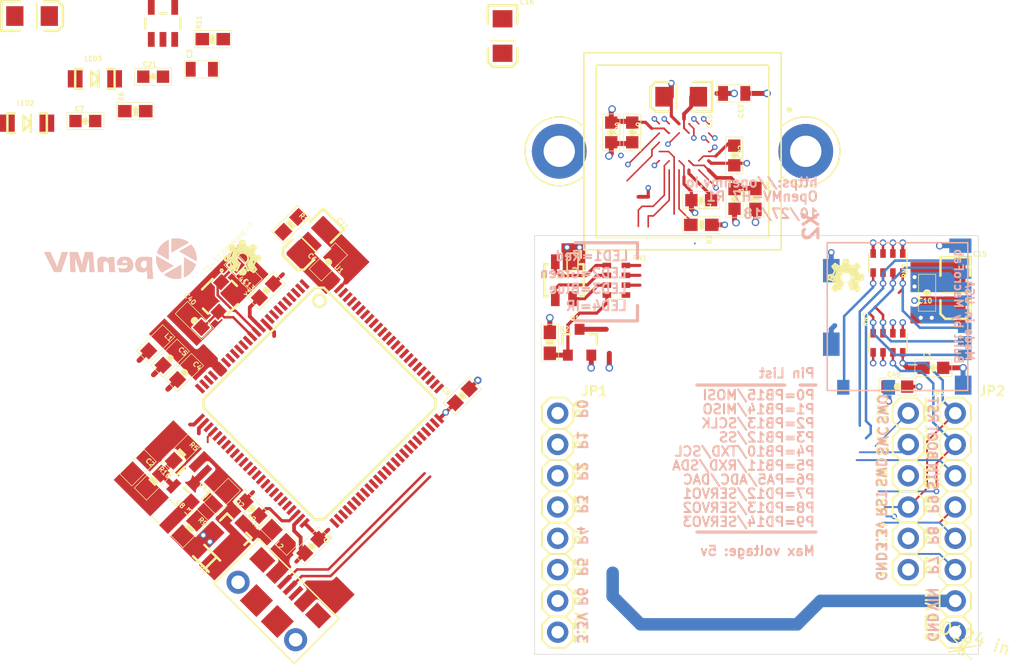
<source format=kicad_pcb>
(kicad_pcb (version 20171130) (host pcbnew "(5.1.4)-1")
  (layers (0 Top signal) (1 GND signal hide) (2 VCC signal hide) (31 Bottom signal) (34 B.Paste user hide) (35 F.Paste user hide) (36 B.SilkS user hide) (37 F.SilkS user hide) (38 B.Mask user hide) (39 F.Mask user hide) (44 Edge.Cuts user))
  (net 0 "")
  (net 1 GND)
  (net 2 VBUS)
  (net 3 VCC)
  (net 4 RAW)
  (net 5 VIN)
  (net 6 VDDA)
  (net 7 "Net-(C40-Pad2)")
  (net 8 "Net-(C41-Pad2)")
  (net 9 "Net-(C4-Pad1)")
  (net 10 /SDIO_D2)
  (net 11 /SDIO_D3)
  (net 12 /NRST)
  (net 13 /BOOT0)
  (net 14 /SDIO_CMD)
  (net 15 /SDIO_D0)
  (net 16 /SDIO_D1)
  (net 17 /SD_CD)
  (net 18 "Net-(Q1-Pad1)")
  (net 19 "Net-(Q1-Pad3)")
  (net 20 "Net-(LED1-PadB)")
  (net 21 "Net-(LED1-PadG)")
  (net 22 "Net-(LED1-PadR)")
  (net 23 "Net-(C48-Pad1)")
  (net 24 "Net-(C49-Pad1)")
  (net 25 /TIM4_CH1)
  (net 26 /TIM4_CH2)
  (net 27 /TIM4_CH3)
  (net 28 /DCMI_FSIN)
  (net 29 /DAC)
  (net 30 /I2C2_SDA)
  (net 31 /I2C2_SCL)
  (net 32 /SPI2_NSS)
  (net 33 /SPI2_SCLK)
  (net 34 /SPI2_MISO)
  (net 35 /SPI2_MOSI)
  (net 36 "Net-(LED3-PadC)")
  (net 37 /DCMI_D3)
  (net 38 /DCMI_D2)
  (net 39 /I2C1_SDA)
  (net 40 /I2C1_SCL)
  (net 41 /DCMI_VSYNC)
  (net 42 /DCMI_D5)
  (net 43 /SPI3_MOSI)
  (net 44 /SPI3_MISO)
  (net 45 /SPI3_SCLK/TRACESWO)
  (net 46 /DCMI_PWDN)
  (net 47 /UART2_RX)
  (net 48 /UART2_TX)
  (net 49 /GPIO2)
  (net 50 /GPIO1)
  (net 51 /GPIO3)
  (net 52 /SDIO_CLK)
  (net 53 /SPI3_SSEL)
  (net 54 /SWCLK)
  (net 55 /SWDIO)
  (net 56 /FS_DP)
  (net 57 /FS_DM)
  (net 58 /DCMI_RST)
  (net 59 /DCMI_CLK)
  (net 60 /DCMI_D1)
  (net 61 /DCMI_D0)
  (net 62 "Net-(U1-Pad62)")
  (net 63 "Net-(U1-Pad58)")
  (net 64 "Net-(U1-Pad57)")
  (net 65 /FREX)
  (net 66 /EXPST)
  (net 67 "Net-(U1-Pad45)")
  (net 68 "Net-(U1-Pad44)")
  (net 69 "Net-(U1-Pad43)")
  (net 70 "Net-(U1-Pad42)")
  (net 71 "Net-(U1-Pad41)")
  (net 72 "Net-(U1-Pad40)")
  (net 73 "Net-(U1-Pad39)")
  (net 74 "Net-(U1-Pad38)")
  (net 75 "Net-(U1-Pad37)")
  (net 76 "Net-(U1-Pad36)")
  (net 77 "Net-(U1-Pad35)")
  (net 78 "Net-(U1-Pad34)")
  (net 79 "Net-(U1-Pad33)")
  (net 80 "Net-(U1-Pad32)")
  (net 81 "Net-(U1-Pad31)")
  (net 82 /DCMI_PCLK)
  (net 83 /DCMI_HSYNC)
  (net 84 "Net-(U1-Pad25)")
  (net 85 "Net-(U1-Pad24)")
  (net 86 "Net-(U1-Pad23)")
  (net 87 "Net-(U1-Pad22)")
  (net 88 "Net-(U1-Pad18)")
  (net 89 /LED_B)
  (net 90 /LED_G)
  (net 91 /LED_R)
  (net 92 "Net-(U1-Pad9)")
  (net 93 "Net-(U1-Pad8)")
  (net 94 "Net-(U1-Pad7)")
  (net 95 /DCMI_D7)
  (net 96 /DCMI_D6)
  (net 97 /DCMI_D4)
  (net 98 "Net-(U1-Pad2)")
  (net 99 /LED_IR)
  (net 100 "Net-(LED2-PadC)")
  (net 101 "Net-(L2-Pad1)")
  (net 102 "Net-(L3-Pad1)")
  (net 103 "Net-(R10-Pad1)")
  (net 104 "Net-(X1-PadS1)")
  (net 105 "Net-(X1-Pad4)")
  (net 106 "Net-(C7-Pad1)")
  (net 107 "Net-(C19-Pad1)")
  (net 108 "Net-(C20-Pad1)")
  (net 109 "Net-(C21-Pad1)")
  (net 110 "Net-(C22-Pad1)")
  (net 111 "Net-(LM1-PadP$2)")
  (net 112 "Net-(LM1-PadP$1)")
  (module base:LQFP100 (layer Top) (at 113.048311 107.142009 315)
    (fp_text reference U1 (at -6.175 -8.62 135) (layer F.SilkS) (effects (font (size 0.38608 0.38608) (thickness 0.077216)) (justify right bottom)))
    (fp_text value STM32H743VIT6)
    (pad 100 smd rect (at -6 -7.72 315) (size 0.3 0.9) (layers Top F.Paste F.Mask) (net 3 VCC))
    (pad 99 smd rect (at -5.5 -7.72 315) (size 0.3 0.9) (layers Top F.Paste F.Mask) (net 1 GND))
    (pad 98 smd rect (at -5 -7.72 315) (size 0.3 0.9) (layers Top F.Paste F.Mask) (net 37 /DCMI_D3))
    (pad 97 smd rect (at -4.5 -7.72 315) (size 0.3 0.9) (layers Top F.Paste F.Mask) (net 38 /DCMI_D2))
    (pad 96 smd rect (at -4 -7.72 315) (size 0.3 0.9) (layers Top F.Paste F.Mask) (net 39 /I2C1_SDA))
    (pad 95 smd rect (at -3.5 -7.72 315) (size 0.3 0.9) (layers Top F.Paste F.Mask) (net 40 /I2C1_SCL))
    (pad 94 smd rect (at -3 -7.72 315) (size 0.3 0.9) (layers Top F.Paste F.Mask) (net 13 /BOOT0))
    (pad 93 smd rect (at -2.5 -7.72 315) (size 0.3 0.9) (layers Top F.Paste F.Mask) (net 41 /DCMI_VSYNC))
    (pad 92 smd rect (at -2 -7.72 315) (size 0.3 0.9) (layers Top F.Paste F.Mask) (net 42 /DCMI_D5))
    (pad 91 smd rect (at -1.5 -7.72 315) (size 0.3 0.9) (layers Top F.Paste F.Mask) (net 43 /SPI3_MOSI))
    (pad 90 smd rect (at -1 -7.72 315) (size 0.3 0.9) (layers Top F.Paste F.Mask) (net 44 /SPI3_MISO))
    (pad 89 smd rect (at -0.5 -7.72 315) (size 0.3 0.9) (layers Top F.Paste F.Mask) (net 45 /SPI3_SCLK/TRACESWO))
    (pad 88 smd rect (at 0 -7.72 315) (size 0.3 0.9) (layers Top F.Paste F.Mask) (net 46 /DCMI_PWDN))
    (pad 87 smd rect (at 0.5 -7.72 315) (size 0.3 0.9) (layers Top F.Paste F.Mask) (net 47 /UART2_RX))
    (pad 86 smd rect (at 1 -7.72 315) (size 0.3 0.9) (layers Top F.Paste F.Mask) (net 48 /UART2_TX))
    (pad 85 smd rect (at 1.5 -7.72 315) (size 0.3 0.9) (layers Top F.Paste F.Mask) (net 49 /GPIO2))
    (pad 84 smd rect (at 2 -7.72 315) (size 0.3 0.9) (layers Top F.Paste F.Mask) (net 50 /GPIO1))
    (pad 83 smd rect (at 2.5 -7.72 315) (size 0.3 0.9) (layers Top F.Paste F.Mask) (net 14 /SDIO_CMD))
    (pad 82 smd rect (at 3 -7.72 315) (size 0.3 0.9) (layers Top F.Paste F.Mask) (net 51 /GPIO3))
    (pad 81 smd rect (at 3.5 -7.72 315) (size 0.3 0.9) (layers Top F.Paste F.Mask) (net 17 /SD_CD))
    (pad 80 smd rect (at 4 -7.72 315) (size 0.3 0.9) (layers Top F.Paste F.Mask) (net 52 /SDIO_CLK))
    (pad 79 smd rect (at 4.5 -7.72 315) (size 0.3 0.9) (layers Top F.Paste F.Mask) (net 11 /SDIO_D3))
    (pad 78 smd rect (at 5 -7.72 315) (size 0.3 0.9) (layers Top F.Paste F.Mask) (net 10 /SDIO_D2))
    (pad 77 smd rect (at 5.5 -7.72 315) (size 0.3 0.9) (layers Top F.Paste F.Mask) (net 53 /SPI3_SSEL))
    (pad 76 smd rect (at 6 -7.72 315) (size 0.3 0.9) (layers Top F.Paste F.Mask) (net 54 /SWCLK))
    (pad 75 smd rect (at 7.72 -6 315) (size 0.9 0.3) (layers Top F.Paste F.Mask) (net 3 VCC))
    (pad 74 smd rect (at 7.72 -5.5 315) (size 0.9 0.3) (layers Top F.Paste F.Mask) (net 1 GND))
    (pad 73 smd rect (at 7.72 -5 315) (size 0.9 0.3) (layers Top F.Paste F.Mask) (net 23 "Net-(C48-Pad1)"))
    (pad 72 smd rect (at 7.72 -4.5 315) (size 0.9 0.3) (layers Top F.Paste F.Mask) (net 55 /SWDIO))
    (pad 71 smd rect (at 7.72 -4 315) (size 0.9 0.3) (layers Top F.Paste F.Mask) (net 56 /FS_DP))
    (pad 70 smd rect (at 7.72 -3.5 315) (size 0.9 0.3) (layers Top F.Paste F.Mask) (net 57 /FS_DM))
    (pad 69 smd rect (at 7.72 -3 315) (size 0.9 0.3) (layers Top F.Paste F.Mask) (net 58 /DCMI_RST))
    (pad 68 smd rect (at 7.72 -2.5 315) (size 0.9 0.3) (layers Top F.Paste F.Mask) (net 2 VBUS))
    (pad 67 smd rect (at 7.72 -2 315) (size 0.9 0.3) (layers Top F.Paste F.Mask) (net 59 /DCMI_CLK))
    (pad 66 smd rect (at 7.72 -1.5 315) (size 0.9 0.3) (layers Top F.Paste F.Mask) (net 16 /SDIO_D1))
    (pad 65 smd rect (at 7.72 -1 315) (size 0.9 0.3) (layers Top F.Paste F.Mask) (net 15 /SDIO_D0))
    (pad 64 smd rect (at 7.72 -0.5 315) (size 0.9 0.3) (layers Top F.Paste F.Mask) (net 60 /DCMI_D1))
    (pad 63 smd rect (at 7.72 0 315) (size 0.9 0.3) (layers Top F.Paste F.Mask) (net 61 /DCMI_D0))
    (pad 62 smd rect (at 7.72 0.5 315) (size 0.9 0.3) (layers Top F.Paste F.Mask) (net 62 "Net-(U1-Pad62)"))
    (pad 61 smd rect (at 7.72 1 315) (size 0.9 0.3) (layers Top F.Paste F.Mask) (net 27 /TIM4_CH3))
    (pad 60 smd rect (at 7.72 1.5 315) (size 0.9 0.3) (layers Top F.Paste F.Mask) (net 26 /TIM4_CH2))
    (pad 59 smd rect (at 7.72 2 315) (size 0.9 0.3) (layers Top F.Paste F.Mask) (net 25 /TIM4_CH1))
    (pad 58 smd rect (at 7.72 2.5 315) (size 0.9 0.3) (layers Top F.Paste F.Mask) (net 63 "Net-(U1-Pad58)"))
    (pad 57 smd rect (at 7.72 3 315) (size 0.9 0.3) (layers Top F.Paste F.Mask) (net 64 "Net-(U1-Pad57)"))
    (pad 56 smd rect (at 7.72 3.5 315) (size 0.9 0.3) (layers Top F.Paste F.Mask) (net 65 /FREX))
    (pad 55 smd rect (at 7.72 4 315) (size 0.9 0.3) (layers Top F.Paste F.Mask) (net 66 /EXPST))
    (pad 54 smd rect (at 7.72 4.5 315) (size 0.9 0.3) (layers Top F.Paste F.Mask) (net 35 /SPI2_MOSI))
    (pad 53 smd rect (at 7.72 5 315) (size 0.9 0.3) (layers Top F.Paste F.Mask) (net 34 /SPI2_MISO))
    (pad 52 smd rect (at 7.72 5.5 315) (size 0.9 0.3) (layers Top F.Paste F.Mask) (net 33 /SPI2_SCLK))
    (pad 51 smd rect (at 7.72 6 315) (size 0.9 0.3) (layers Top F.Paste F.Mask) (net 32 /SPI2_NSS))
    (pad 50 smd rect (at 6 7.72 315) (size 0.3 0.9) (layers Top F.Paste F.Mask) (net 3 VCC))
    (pad 49 smd rect (at 5.5 7.72 315) (size 0.3 0.9) (layers Top F.Paste F.Mask) (net 1 GND))
    (pad 48 smd rect (at 5 7.72 315) (size 0.3 0.9) (layers Top F.Paste F.Mask) (net 24 "Net-(C49-Pad1)"))
    (pad 47 smd rect (at 4.5 7.72 315) (size 0.3 0.9) (layers Top F.Paste F.Mask) (net 30 /I2C2_SDA))
    (pad 46 smd rect (at 4 7.72 315) (size 0.3 0.9) (layers Top F.Paste F.Mask) (net 31 /I2C2_SCL))
    (pad 45 smd rect (at 3.5 7.72 315) (size 0.3 0.9) (layers Top F.Paste F.Mask) (net 67 "Net-(U1-Pad45)"))
    (pad 44 smd rect (at 3 7.72 315) (size 0.3 0.9) (layers Top F.Paste F.Mask) (net 68 "Net-(U1-Pad44)"))
    (pad 43 smd rect (at 2.5 7.72 315) (size 0.3 0.9) (layers Top F.Paste F.Mask) (net 69 "Net-(U1-Pad43)"))
    (pad 42 smd rect (at 2 7.72 315) (size 0.3 0.9) (layers Top F.Paste F.Mask) (net 70 "Net-(U1-Pad42)"))
    (pad 41 smd rect (at 1.5 7.72 315) (size 0.3 0.9) (layers Top F.Paste F.Mask) (net 71 "Net-(U1-Pad41)"))
    (pad 40 smd rect (at 1 7.72 315) (size 0.3 0.9) (layers Top F.Paste F.Mask) (net 72 "Net-(U1-Pad40)"))
    (pad 39 smd rect (at 0.5 7.72 315) (size 0.3 0.9) (layers Top F.Paste F.Mask) (net 73 "Net-(U1-Pad39)"))
    (pad 38 smd rect (at 0 7.72 315) (size 0.3 0.9) (layers Top F.Paste F.Mask) (net 74 "Net-(U1-Pad38)"))
    (pad 37 smd rect (at -0.5 7.72 315) (size 0.3 0.9) (layers Top F.Paste F.Mask) (net 75 "Net-(U1-Pad37)"))
    (pad 36 smd rect (at -1 7.72 315) (size 0.3 0.9) (layers Top F.Paste F.Mask) (net 76 "Net-(U1-Pad36)"))
    (pad 35 smd rect (at -1.5 7.72 315) (size 0.3 0.9) (layers Top F.Paste F.Mask) (net 77 "Net-(U1-Pad35)"))
    (pad 34 smd rect (at -2 7.72 315) (size 0.3 0.9) (layers Top F.Paste F.Mask) (net 78 "Net-(U1-Pad34)"))
    (pad 33 smd rect (at -2.5 7.72 315) (size 0.3 0.9) (layers Top F.Paste F.Mask) (net 79 "Net-(U1-Pad33)"))
    (pad 32 smd rect (at -3 7.72 315) (size 0.3 0.9) (layers Top F.Paste F.Mask) (net 80 "Net-(U1-Pad32)"))
    (pad 31 smd rect (at -3.5 7.72 315) (size 0.3 0.9) (layers Top F.Paste F.Mask) (net 81 "Net-(U1-Pad31)"))
    (pad 30 smd rect (at -4 7.72 315) (size 0.3 0.9) (layers Top F.Paste F.Mask) (net 82 /DCMI_PCLK))
    (pad 29 smd rect (at -4.5 7.72 315) (size 0.3 0.9) (layers Top F.Paste F.Mask) (net 29 /DAC))
    (pad 28 smd rect (at -5 7.72 315) (size 0.3 0.9) (layers Top F.Paste F.Mask) (net 83 /DCMI_HSYNC))
    (pad 27 smd rect (at -5.5 7.72 315) (size 0.3 0.9) (layers Top F.Paste F.Mask) (net 3 VCC))
    (pad 26 smd rect (at -6 7.72 315) (size 0.3 0.9) (layers Top F.Paste F.Mask) (net 1 GND))
    (pad 25 smd rect (at -7.72 6 315) (size 0.9 0.3) (layers Top F.Paste F.Mask) (net 84 "Net-(U1-Pad25)"))
    (pad 24 smd rect (at -7.72 5.5 315) (size 0.9 0.3) (layers Top F.Paste F.Mask) (net 85 "Net-(U1-Pad24)"))
    (pad 23 smd rect (at -7.72 5 315) (size 0.9 0.3) (layers Top F.Paste F.Mask) (net 86 "Net-(U1-Pad23)"))
    (pad 22 smd rect (at -7.72 4.5 315) (size 0.9 0.3) (layers Top F.Paste F.Mask) (net 87 "Net-(U1-Pad22)"))
    (pad 21 smd rect (at -7.72 4 315) (size 0.9 0.3) (layers Top F.Paste F.Mask) (net 9 "Net-(C4-Pad1)"))
    (pad 20 smd rect (at -7.72 3.5 315) (size 0.9 0.3) (layers Top F.Paste F.Mask) (net 9 "Net-(C4-Pad1)"))
    (pad 19 smd rect (at -7.72 3 315) (size 0.9 0.3) (layers Top F.Paste F.Mask) (net 1 GND))
    (pad 18 smd rect (at -7.72 2.5 315) (size 0.9 0.3) (layers Top F.Paste F.Mask) (net 88 "Net-(U1-Pad18)"))
    (pad 17 smd rect (at -7.72 2 315) (size 0.9 0.3) (layers Top F.Paste F.Mask) (net 89 /LED_B))
    (pad 16 smd rect (at -7.72 1.5 315) (size 0.9 0.3) (layers Top F.Paste F.Mask) (net 90 /LED_G))
    (pad 15 smd rect (at -7.72 1 315) (size 0.9 0.3) (layers Top F.Paste F.Mask) (net 91 /LED_R))
    (pad 14 smd rect (at -7.72 0.5 315) (size 0.9 0.3) (layers Top F.Paste F.Mask) (net 12 /NRST))
    (pad 13 smd rect (at -7.72 0 315) (size 0.9 0.3) (layers Top F.Paste F.Mask) (net 7 "Net-(C40-Pad2)"))
    (pad 12 smd rect (at -7.72 -0.5 315) (size 0.9 0.3) (layers Top F.Paste F.Mask) (net 8 "Net-(C41-Pad2)"))
    (pad 11 smd rect (at -7.72 -1 315) (size 0.9 0.3) (layers Top F.Paste F.Mask) (net 3 VCC))
    (pad 10 smd rect (at -7.72 -1.5 315) (size 0.9 0.3) (layers Top F.Paste F.Mask) (net 1 GND))
    (pad 9 smd rect (at -7.72 -2 315) (size 0.9 0.3) (layers Top F.Paste F.Mask) (net 92 "Net-(U1-Pad9)"))
    (pad 8 smd rect (at -7.72 -2.5 315) (size 0.9 0.3) (layers Top F.Paste F.Mask) (net 93 "Net-(U1-Pad8)"))
    (pad 7 smd rect (at -7.72 -3 315) (size 0.9 0.3) (layers Top F.Paste F.Mask) (net 94 "Net-(U1-Pad7)"))
    (pad 6 smd rect (at -7.72 -3.5 315) (size 0.9 0.3) (layers Top F.Paste F.Mask) (net 3 VCC))
    (pad 5 smd rect (at -7.72 -4 315) (size 0.9 0.3) (layers Top F.Paste F.Mask) (net 95 /DCMI_D7))
    (pad 4 smd rect (at -7.72 -4.5 315) (size 0.9 0.3) (layers Top F.Paste F.Mask) (net 96 /DCMI_D6))
    (pad 3 smd rect (at -7.72 -5 315) (size 0.9 0.3) (layers Top F.Paste F.Mask) (net 97 /DCMI_D4))
    (pad 2 smd rect (at -7.72 -5.5 315) (size 0.9 0.3) (layers Top F.Paste F.Mask) (net 98 "Net-(U1-Pad2)"))
    (pad 1 smd rect (at -7.72 -6 315) (size 0.9 0.3) (layers Top F.Paste F.Mask) (net 99 /LED_IR))
  )
  (module openmv3:LENSMOUNT-20MM (layer Top) (at 142.5011 86.6606)
    (fp_text reference LM1 hide)
    (fp_text value LENSMOUNT20MM hide)
    (pad P$2 thru_hole circle (at 10 0) (size 4.445 4.445) (drill 2.54) (layers *.Cu *.Mask) (net 111 "Net-(LM1-PadP$2)"))
    (pad P$1 thru_hole circle (at -10 0) (size 4.445 4.445) (drill 2.54) (layers *.Cu *.Mask) (net 112 "Net-(LM1-PadP$1)"))
  )
  (module base:SOT23-5 (layer Top) (at 100.3486 76.274699)
    (fp_text reference U5 (at -0.889 -2.159 -270) (layer F.SilkS) (effects (font (size 0.38608 0.38608) (thickness 0.077216)) (justify left bottom)))
    (fp_text value TPS731XX)
    (pad 5 smd rect (at -0.95 -1.3001) (size 0.55 1.2) (layers Top F.Paste F.Mask) (net 6 VDDA))
    (pad 4 smd rect (at 0.95 -1.3001) (size 0.55 1.2) (layers Top F.Paste F.Mask) (net 106 "Net-(C7-Pad1)"))
    (pad 3 smd rect (at 0.95 1.3001) (size 0.55 1.2) (layers Top F.Paste F.Mask) (net 3 VCC))
    (pad 2 smd rect (at 0 1.3001) (size 0.55 1.2) (layers Top F.Paste F.Mask) (net 1 GND))
    (pad 1 smd rect (at -0.95 1.3001) (size 0.55 1.2) (layers Top F.Paste F.Mask) (net 3 VCC))
  )
  (module base:0603-RES (layer Top) (at 104.39 77.55)
    (fp_text reference R11 (at -0.889 -0.762 -270) (layer F.SilkS) (effects (font (size 0.38608 0.38608) (thickness 0.077216)) (justify left bottom)))
    (fp_text value 10K)
    (pad 2 smd rect (at 0.85 0) (size 1.1 1) (layers Top F.Paste F.Mask) (net 28 /DCMI_FSIN))
    (pad 1 smd rect (at -0.85 0) (size 1.1 1) (layers Top F.Paste F.Mask) (net 1 GND))
  )
  (module base:0603-RES (layer Top) (at 98.1 83.4)
    (fp_text reference R6 (at -0.889 -0.762 -270) (layer F.SilkS) (effects (font (size 0.38608 0.38608) (thickness 0.077216)) (justify left bottom)))
    (fp_text value 10K)
    (pad 2 smd rect (at 0.85 0) (size 1.1 1) (layers Top F.Paste F.Mask) (net 3 VCC))
    (pad 1 smd rect (at -0.85 0) (size 1.1 1) (layers Top F.Paste F.Mask) (net 107 "Net-(C19-Pad1)"))
  )
  (module base:0603-RES (layer Top) (at 148.4211 90.5286 270)
    (fp_text reference R4 (at -0.889 -0.762) (layer F.SilkS) (effects (font (size 0.38608 0.38608) (thickness 0.077216)) (justify left bottom)))
    (fp_text value 4.7K)
    (pad 2 smd rect (at 0.85 0 270) (size 1.1 1) (layers Top F.Paste F.Mask) (net 39 /I2C1_SDA))
    (pad 1 smd rect (at -0.85 0 270) (size 1.1 1) (layers Top F.Paste F.Mask) (net 3 VCC))
  )
  (module base:0603-RES (layer Top) (at 144.0251 92.6296 180)
    (fp_text reference R3 (at -0.889 -0.762 90) (layer F.SilkS) (effects (font (size 0.38608 0.38608) (thickness 0.077216)) (justify right bottom)))
    (fp_text value 4.7K)
    (pad 2 smd rect (at 0.85 0 180) (size 1.1 1) (layers Top F.Paste F.Mask) (net 40 /I2C1_SCL))
    (pad 1 smd rect (at -0.85 0 180) (size 1.1 1) (layers Top F.Paste F.Mask) (net 3 VCC))
  )
  (module base:OSHW_FILLX100_NOTEXT (layer Top) (at 105.3831 96.4776)
    (fp_text reference LOGO1 hide)
    (fp_text value OSHW_LOGO_FILLX0100-NT hide)
  )
  (module base:LED-1206 (layer Top) (at 94.824599 80.7762)
    (fp_text reference LED3 (at -0.889 -1.397 -180) (layer F.SilkS) (effects (font (size 0.38608 0.38608) (thickness 0.077216)) (justify left bottom)))
    (fp_text value VSMY12850)
    (pad C smd rect (at 1.6 0) (size 1.2 1.4) (layers Top F.Paste F.Mask) (net 36 "Net-(LED3-PadC)"))
    (pad A smd rect (at -1.6 0) (size 1.2 1.4) (layers Top F.Paste F.Mask) (net 100 "Net-(LED2-PadC)"))
  )
  (module base:LED-1206 (layer Top) (at 89.324599 84.3762)
    (fp_text reference LED2 (at -0.889 -1.397 -180) (layer F.SilkS) (effects (font (size 0.38608 0.38608) (thickness 0.077216)) (justify left bottom)))
    (fp_text value VSMY12850)
    (pad C smd rect (at 1.6 0) (size 1.2 1.4) (layers Top F.Paste F.Mask) (net 100 "Net-(LED2-PadC)"))
    (pad A smd rect (at -1.6 0) (size 1.2 1.4) (layers Top F.Paste F.Mask) (net 3 VCC))
  )
  (module base:0603-CAP (layer Top) (at 146.7 87 270)
    (fp_text reference C22 (at -0.889 -0.762 90) (layer F.SilkS) (effects (font (size 0.38608 0.38608) (thickness 0.077216)) (justify right bottom)))
    (fp_text value 0.1uF)
    (pad 2 smd rect (at 0.8 0 270) (size 1 1) (layers Top F.Paste F.Mask) (net 1 GND))
    (pad 1 smd rect (at -0.8 0 270) (size 1 1) (layers Top F.Paste F.Mask) (net 110 "Net-(C22-Pad1)"))
  )
  (module base:0603-CAP (layer Top) (at 99.55 80.6)
    (fp_text reference C21 (at -0.889 -0.762) (layer F.SilkS) (effects (font (size 0.38608 0.38608) (thickness 0.077216)) (justify left bottom)))
    (fp_text value 0.1uF)
    (pad 2 smd rect (at 0.8 0) (size 1 1) (layers Top F.Paste F.Mask) (net 1 GND))
    (pad 1 smd rect (at -0.8 0) (size 1 1) (layers Top F.Paste F.Mask) (net 109 "Net-(C21-Pad1)"))
  )
  (module base:0603-CAP (layer Top) (at 136.7211 85.1286 270)
    (fp_text reference C20 (at -0.889 -0.762 90) (layer F.SilkS) (effects (font (size 0.38608 0.38608) (thickness 0.077216)) (justify right bottom)))
    (fp_text value 0.1uF)
    (pad 2 smd rect (at 0.8 0 270) (size 1 1) (layers Top F.Paste F.Mask) (net 1 GND))
    (pad 1 smd rect (at -0.8 0 270) (size 1 1) (layers Top F.Paste F.Mask) (net 108 "Net-(C20-Pad1)"))
  )
  (module base:0603-CAP (layer Top) (at 138.4211 85.1286 270)
    (fp_text reference C19 (at -0.889 -0.762 90) (layer F.SilkS) (effects (font (size 0.38608 0.38608) (thickness 0.077216)) (justify right bottom)))
    (fp_text value 4.7uF)
    (pad 2 smd rect (at 0.8 0 270) (size 1 1) (layers Top F.Paste F.Mask) (net 1 GND))
    (pad 1 smd rect (at -0.8 0 270) (size 1 1) (layers Top F.Paste F.Mask) (net 107 "Net-(C19-Pad1)"))
  )
  (module base:0603-CAP (layer Top) (at 146.7211 90.5286 270)
    (fp_text reference C18 (at -0.889 -0.762 90) (layer F.SilkS) (effects (font (size 0.38608 0.38608) (thickness 0.077216)) (justify right bottom)))
    (fp_text value 22uF)
    (pad 2 smd rect (at 0.8 0 270) (size 1 1) (layers Top F.Paste F.Mask) (net 1 GND))
    (pad 1 smd rect (at -0.8 0 270) (size 1 1) (layers Top F.Paste F.Mask) (net 3 VCC))
  )
  (module base:0603-CAP (layer Top) (at 144.021106 90.628629 180)
    (fp_text reference C17 (at -0.889 -0.762) (layer F.SilkS) (effects (font (size 0.38608 0.38608) (thickness 0.077216)) (justify right bottom)))
    (fp_text value 0.1uF)
    (pad 2 smd rect (at 0.8 0 180) (size 1 1) (layers Top F.Paste F.Mask) (net 1 GND))
    (pad 1 smd rect (at -0.8 0 180) (size 1 1) (layers Top F.Paste F.Mask) (net 3 VCC))
  )
  (module base:EIA3216 (layer Top) (at 127.9 77.3 270)
    (fp_text reference C16 (at -2.54 -1.381) (layer F.SilkS) (effects (font (size 0.38608 0.38608) (thickness 0.077216)) (justify left bottom)))
    (fp_text value 47uF)
    (pad A smd rect (at 1.4 0) (size 1.6 1.4) (layers Top F.Paste F.Mask) (net 3 VCC))
    (pad C smd rect (at -1.4 0) (size 1.6 1.4) (layers Top F.Paste F.Mask) (net 1 GND))
  )
  (module base:EIA3216 (layer Top) (at 142.3941 82.2286 180)
    (fp_text reference C15 (at -2.54 -1.381 90) (layer F.SilkS) (effects (font (size 0.38608 0.38608) (thickness 0.077216)) (justify right bottom)))
    (fp_text value 47uF)
    (pad A smd rect (at 1.4 0 270) (size 1.6 1.4) (layers Top F.Paste F.Mask) (net 3 VCC))
    (pad C smd rect (at -1.4 0 270) (size 1.6 1.4) (layers Top F.Paste F.Mask) (net 1 GND))
  )
  (module base:EIA3216 (layer Top) (at 89.7262 75.6762)
    (fp_text reference C14 (at -2.54 -1.381 -270) (layer F.SilkS) (effects (font (size 0.38608 0.38608) (thickness 0.077216)) (justify left bottom)))
    (fp_text value 47uF)
    (pad A smd rect (at 1.4 0 90) (size 1.6 1.4) (layers Top F.Paste F.Mask) (net 3 VCC))
    (pad C smd rect (at -1.4 0 90) (size 1.6 1.4) (layers Top F.Paste F.Mask) (net 1 GND))
  )
  (module base:0805 (layer Top) (at 146.6921 81.9616 180)
    (fp_text reference C12 (at -0.762 -0.8255 270) (layer F.SilkS) (effects (font (size 0.38608 0.38608) (thickness 0.077216)) (justify right bottom)))
    (fp_text value 10uF)
    (pad 2 smd rect (at 0.9 0 180) (size 0.8 1.2) (layers Top F.Paste F.Mask) (net 6 VDDA))
    (pad 1 smd rect (at -0.9 0 180) (size 0.8 1.2) (layers Top F.Paste F.Mask) (net 1 GND))
  )
  (module base:0603-CAP (layer Top) (at 94.05 84.2)
    (fp_text reference C7 (at -0.889 -0.762) (layer F.SilkS) (effects (font (size 0.38608 0.38608) (thickness 0.077216)) (justify left bottom)))
    (fp_text value 0.1uF)
    (pad 2 smd rect (at 0.8 0) (size 1 1) (layers Top F.Paste F.Mask) (net 1 GND))
    (pad 1 smd rect (at -0.8 0) (size 1 1) (layers Top F.Paste F.Mask) (net 106 "Net-(C7-Pad1)"))
  )
  (module base:0805 (layer Top) (at 103.5 80)
    (fp_text reference C3 (at -0.762 -0.8255 -90) (layer F.SilkS) (effects (font (size 0.38608 0.38608) (thickness 0.077216)) (justify left bottom)))
    (fp_text value 10uF)
    (pad 2 smd rect (at 0.9 0) (size 0.8 1.2) (layers Top F.Paste F.Mask) (net 3 VCC))
    (pad 1 smd rect (at -0.9 0) (size 0.8 1.2) (layers Top F.Paste F.Mask) (net 1 GND))
  )
  (module base:EIA3216 (layer Top) (at 164.6301 97.7646 270)
    (fp_text reference C15 (at -2.54 -1.381) (layer F.SilkS) (effects (font (size 0.38608 0.38608) (thickness 0.077216)) (justify left bottom)))
    (fp_text value 47uF)
    (pad A smd rect (at 1.4 0) (size 1.6 1.4) (layers Top F.Paste F.Mask) (net 3 VCC))
    (pad C smd rect (at -1.4 0) (size 1.6 1.4) (layers Top F.Paste F.Mask) (net 1 GND))
  )
  (module base:0603-CAP (layer Top) (at 162.8521 104.2416)
    (fp_text reference C1 (at -0.889 -0.762) (layer F.SilkS) (effects (font (size 0.38608 0.38608) (thickness 0.077216)) (justify left bottom)))
    (fp_text value 1uF)
    (pad 2 smd rect (at 0.8 0) (size 1 1) (layers Top F.Paste F.Mask) (net 1 GND))
    (pad 1 smd rect (at -0.8 0) (size 1 1) (layers Top F.Paste F.Mask) (net 12 /NRST))
  )
  (module base:0603-RES (layer Top) (at 131.7371 102.2096 270)
    (fp_text reference R2 (at -0.889 -0.762) (layer F.SilkS) (effects (font (size 0.38608 0.38608) (thickness 0.077216)) (justify left bottom)))
    (fp_text value 10K)
    (pad 2 smd rect (at 0.85 0 270) (size 1.1 1) (layers Top F.Paste F.Mask) (net 18 "Net-(Q1-Pad1)"))
    (pad 1 smd rect (at -0.85 0 270) (size 1.1 1) (layers Top F.Paste F.Mask) (net 1 GND))
  )
  (module base:EXBV8V (layer Top) (at 137.1346 97.1296 270)
    (fp_text reference RN1 (at -1.5875 -1.27) (layer F.SilkS) (effects (font (size 0.38608 0.38608) (thickness 0.077216)) (justify left bottom)))
    (fp_text value 220R hide)
    (pad 8 smd rect (at -1.2 -0.775 90) (size 0.45 0.7) (layers Top F.Paste F.Mask) (net 91 /LED_R))
    (pad 7 smd rect (at -0.4 -0.775 90) (size 0.45 0.7) (layers Top F.Paste F.Mask) (net 90 /LED_G))
    (pad 6 smd rect (at 0.4 -0.775 90) (size 0.45 0.7) (layers Top F.Paste F.Mask) (net 89 /LED_B))
    (pad 5 smd rect (at 1.2 -0.775 90) (size 0.45 0.7) (layers Top F.Paste F.Mask) (net 99 /LED_IR))
    (pad 4 smd rect (at 1.2 0.775 270) (size 0.45 0.7) (layers Top F.Paste F.Mask) (net 18 "Net-(Q1-Pad1)"))
    (pad 3 smd rect (at 0.4 0.775 270) (size 0.45 0.7) (layers Top F.Paste F.Mask) (net 20 "Net-(LED1-PadB)"))
    (pad 2 smd rect (at -0.4 0.775 270) (size 0.45 0.7) (layers Top F.Paste F.Mask) (net 21 "Net-(LED1-PadG)"))
    (pad 1 smd rect (at -1.2 0.775 270) (size 0.45 0.7) (layers Top F.Paste F.Mask) (net 22 "Net-(LED1-PadR)"))
  )
  (module base:EIA3216 (layer Top) (at 112.419693 93.941033 225)
    (fp_text reference C11 (at -2.54 -1.381 135) (layer F.SilkS) (effects (font (size 0.38608 0.38608) (thickness 0.077216)) (justify right bottom)))
    (fp_text value 47uF)
    (pad A smd rect (at 1.4 0 315) (size 1.6 1.4) (layers Top F.Paste F.Mask) (net 3 VCC))
    (pad C smd rect (at -1.4 0 315) (size 1.6 1.4) (layers Top F.Paste F.Mask) (net 1 GND))
  )
  (module base:0603-RES (layer Top) (at 110.713445 92.593994 225)
    (fp_text reference R1 (at -0.889 -0.762 135) (layer F.SilkS) (effects (font (size 0.38608 0.38608) (thickness 0.077216)) (justify right bottom)))
    (fp_text value 10R)
    (pad 2 smd rect (at 0.85 0 225) (size 1.1 1) (layers Top F.Paste F.Mask) (net 36 "Net-(LED3-PadC)"))
    (pad 1 smd rect (at -0.85 0 225) (size 1.1 1) (layers Top F.Paste F.Mask) (net 19 "Net-(Q1-Pad3)"))
  )
  (module base:EXBV8V (layer Top) (at 159.1691 102.2096)
    (fp_text reference RN3 (at -1.5875 -1.27 90) (layer F.SilkS) (effects (font (size 0.38608 0.38608) (thickness 0.077216)) (justify left bottom)))
    (fp_text value 10K)
    (pad 8 smd rect (at -1.2 -0.775 180) (size 0.45 0.7) (layers Top F.Paste F.Mask) (net 10 /SDIO_D2))
    (pad 7 smd rect (at -0.4 -0.775 180) (size 0.45 0.7) (layers Top F.Paste F.Mask) (net 11 /SDIO_D3))
    (pad 6 smd rect (at 0.4 -0.775 180) (size 0.45 0.7) (layers Top F.Paste F.Mask) (net 1 GND))
    (pad 5 smd rect (at 1.2 -0.775 180) (size 0.45 0.7) (layers Top F.Paste F.Mask) (net 3 VCC))
    (pad 4 smd rect (at 1.2 0.775) (size 0.45 0.7) (layers Top F.Paste F.Mask) (net 12 /NRST))
    (pad 3 smd rect (at 0.4 0.775) (size 0.45 0.7) (layers Top F.Paste F.Mask) (net 13 /BOOT0))
    (pad 2 smd rect (at -0.4 0.775) (size 0.45 0.7) (layers Top F.Paste F.Mask) (net 3 VCC))
    (pad 1 smd rect (at -1.2 0.775) (size 0.45 0.7) (layers Top F.Paste F.Mask) (net 3 VCC))
  )
  (module base:EXBV8V (layer Top) (at 159.1691 95.7326 180)
    (fp_text reference RN2 (at -1.5875 -1.27 90) (layer F.SilkS) (effects (font (size 0.38608 0.38608) (thickness 0.077216)) (justify left bottom)))
    (fp_text value 10K)
    (pad 8 smd rect (at -1.2 -0.775) (size 0.45 0.7) (layers Top F.Paste F.Mask) (net 14 /SDIO_CMD))
    (pad 7 smd rect (at -0.4 -0.775) (size 0.45 0.7) (layers Top F.Paste F.Mask) (net 15 /SDIO_D0))
    (pad 6 smd rect (at 0.4 -0.775) (size 0.45 0.7) (layers Top F.Paste F.Mask) (net 16 /SDIO_D1))
    (pad 5 smd rect (at 1.2 -0.775) (size 0.45 0.7) (layers Top F.Paste F.Mask) (net 17 /SD_CD))
    (pad 4 smd rect (at 1.2 0.775 180) (size 0.45 0.7) (layers Top F.Paste F.Mask) (net 3 VCC))
    (pad 3 smd rect (at 0.4 0.775 180) (size 0.45 0.7) (layers Top F.Paste F.Mask) (net 3 VCC))
    (pad 2 smd rect (at -0.4 0.775 180) (size 0.45 0.7) (layers Top F.Paste F.Mask) (net 3 VCC))
    (pad 1 smd rect (at -1.2 0.775 180) (size 0.45 0.7) (layers Top F.Paste F.Mask) (net 3 VCC))
  )
  (module base:SOT23-3 (layer Top) (at 134.1501 102.2096)
    (fp_text reference Q1 (at -0.8255 -1.778) (layer F.SilkS) (effects (font (size 0.38608 0.38608) (thickness 0.077216)) (justify left bottom)))
    (fp_text value BSS138)
    (pad 1 smd rect (at -0.95 1) (size 0.8 0.9) (layers Top F.Paste F.Mask) (net 18 "Net-(Q1-Pad1)"))
    (pad 2 smd rect (at 0.95 1) (size 0.8 0.9) (layers Top F.Paste F.Mask) (net 1 GND))
    (pad 3 smd rect (at 0 -1.1) (size 0.8 0.9) (layers Top F.Paste F.Mask) (net 19 "Net-(Q1-Pad3)"))
  )
  (module base:OSHW_FILLX100_NOTEXT (layer Top) (at 154.3431 98.0186)
    (fp_text reference LOGO1 hide)
    (fp_text value OSHW_LOGO_FILLX0100-NT hide)
  )
  (module base:0603-CAP (layer Top) (at 124.632842 106.513391 45)
    (fp_text reference C9 (at -0.889 -0.762 135) (layer F.SilkS) (effects (font (size 0.38608 0.38608) (thickness 0.077216)) (justify right bottom)))
    (fp_text value 0.1uF)
    (pad 2 smd rect (at 0.8 0 45) (size 1 1) (layers Top F.Paste F.Mask) (net 1 GND))
    (pad 1 smd rect (at -0.8 0 45) (size 1 1) (layers Top F.Paste F.Mask) (net 3 VCC))
  )
  (module base:LED-TRICOLOR-SMD-MF (layer Top) (at 132.8801 97.1296)
    (fp_text reference LED1 (at -1.016 -0.127) (layer F.SilkS) (effects (font (size 0.38608 0.38608) (thickness 0.077216)) (justify left bottom)))
    (fp_text value LED-TRICOLOR)
    (pad B smd rect (at 0.7 1.5) (size 0.7 1.2) (layers Top F.Paste F.Mask) (net 20 "Net-(LED1-PadB)"))
    (pad G smd rect (at -0.7 1.5) (size 0.7 1.2) (layers Top F.Paste F.Mask) (net 21 "Net-(LED1-PadG)"))
    (pad A smd rect (at 0.7 -1.5) (size 0.7 1.2) (layers Top F.Paste F.Mask) (net 3 VCC))
    (pad R smd rect (at -0.7 -1.5) (size 0.7 1.2) (layers Top F.Paste F.Mask) (net 22 "Net-(LED1-PadR)"))
  )
  (module base:0603-CAP (layer Top) (at 162.3441 98.1456 90)
    (fp_text reference C10 (at -0.889 -0.762) (layer F.SilkS) (effects (font (size 0.38608 0.38608) (thickness 0.077216)) (justify left bottom)))
    (fp_text value 0.1uF)
    (pad 2 smd rect (at 0.8 0 90) (size 1 1) (layers Top F.Paste F.Mask) (net 1 GND))
    (pad 1 smd rect (at -0.8 0 90) (size 1 1) (layers Top F.Paste F.Mask) (net 3 VCC))
  )
  (module base:0603-CAP (layer Top) (at 113.766732 95.647281 45)
    (fp_text reference C6 (at -0.889 -0.762 135) (layer F.SilkS) (effects (font (size 0.38608 0.38608) (thickness 0.077216)) (justify right bottom)))
    (fp_text value 0.1uF)
    (pad 2 smd rect (at 0.8 0 45) (size 1 1) (layers Top F.Paste F.Mask) (net 1 GND))
    (pad 1 smd rect (at -0.8 0 45) (size 1 1) (layers Top F.Paste F.Mask) (net 3 VCC))
  )
  (module openmv3:OMV-LOGO (layer Bottom) (at 103.2241 97.2396 180)
    (fp_text reference U$3 hide)
    (fp_text value "" hide)
  )
  (module base:0603-CAP (layer Top) (at 102.900622 100.406817 315)
    (fp_text reference C40 (at -0.889 -0.762 135) (layer F.SilkS) (effects (font (size 0.38608 0.38608) (thickness 0.077216)) (justify right bottom)))
    (fp_text value 12pF)
    (pad 2 smd rect (at 0.8 0 315) (size 1 1) (layers Top F.Paste F.Mask) (net 7 "Net-(C40-Pad2)"))
    (pad 1 smd rect (at -0.8 0 315) (size 1 1) (layers Top F.Paste F.Mask) (net 1 GND))
  )
  (module base:0603-CAP (layer Top) (at 106.851934 96.455505 135)
    (fp_text reference C41 (at -0.889 -0.762 135) (layer F.SilkS) (effects (font (size 0.38608 0.38608) (thickness 0.077216)) (justify right bottom)))
    (fp_text value 12pF)
    (pad 2 smd rect (at 0.8 0 135) (size 1 1) (layers Top F.Paste F.Mask) (net 8 "Net-(C41-Pad2)"))
    (pad 1 smd rect (at -0.8 0 135) (size 1 1) (layers Top F.Paste F.Mask) (net 1 GND))
  )
  (module base:0603-CAP (layer Top) (at 102.092399 104.627538 225)
    (fp_text reference C4 (at -0.889 -0.762 135) (layer F.SilkS) (effects (font (size 0.38608 0.38608) (thickness 0.077216)) (justify right bottom)))
    (fp_text value 1uF)
    (pad 2 smd rect (at 0.8 0 225) (size 1 1) (layers Top F.Paste F.Mask) (net 1 GND))
    (pad 1 smd rect (at -0.8 0 225) (size 1 1) (layers Top F.Paste F.Mask) (net 9 "Net-(C4-Pad1)"))
  )
  (module base:0603-CAP (layer Top) (at 100.924965 103.460104 225)
    (fp_text reference C5 (at -0.889 -0.762 135) (layer F.SilkS) (effects (font (size 0.38608 0.38608) (thickness 0.077216)) (justify right bottom)))
    (fp_text value 0.1uF)
    (pad 2 smd rect (at 0.8 0 225) (size 1 1) (layers Top F.Paste F.Mask) (net 1 GND))
    (pad 1 smd rect (at -0.8 0 225) (size 1 1) (layers Top F.Paste F.Mask) (net 9 "Net-(C4-Pad1)"))
  )
  (module base:0603-CAP (layer Top) (at 112.419693 118.72654 225)
    (fp_text reference C8 (at -0.889 -0.762 45) (layer F.SilkS) (effects (font (size 0.38608 0.38608) (thickness 0.077216)) (justify left bottom)))
    (fp_text value 0.1uF)
    (pad 2 smd rect (at 0.8 0 225) (size 1 1) (layers Top F.Paste F.Mask) (net 1 GND))
    (pad 1 smd rect (at -0.8 0 225) (size 1 1) (layers Top F.Paste F.Mask) (net 3 VCC))
  )
  (module base:0603-CAP (layer Top) (at 108.737788 97.982148 45)
    (fp_text reference C13 (at -0.889 -0.762 135) (layer F.SilkS) (effects (font (size 0.38608 0.38608) (thickness 0.077216)) (justify right bottom)))
    (fp_text value 0.1uF)
    (pad 2 smd rect (at 0.8 0 45) (size 1 1) (layers Top F.Paste F.Mask) (net 1 GND))
    (pad 1 smd rect (at -0.8 0 45) (size 1 1) (layers Top F.Paste F.Mask) (net 3 VCC))
  )
  (module base:0603 (layer Top) (at 99.757532 102.292671 225)
    (fp_text reference L1 (at -0.889 -0.762 135) (layer F.SilkS) (effects (font (size 0.38608 0.38608) (thickness 0.077216)) (justify right bottom)))
    (fp_text value MPZ1608S181ATAH0)
    (pad 2 smd rect (at 0.8 0 225) (size 1 1) (layers Top F.Paste F.Mask) (net 3 VCC))
    (pad 1 smd rect (at -0.8 0 225) (size 1 1) (layers Top F.Paste F.Mask) (net 9 "Net-(C4-Pad1)"))
  )
  (module base:CRYSTAL-2.5X2.0 (layer Top) (at 104.966081 98.520963 225)
    (fp_text reference Y1 (at -1.478 -1.624 45) (layer F.SilkS) (effects (font (size 0.38608 0.38608) (thickness 0.077216)) (justify left bottom)))
    (fp_text value 7S-12.000MAHE-T (at -0.528 2.126 45) (layer F.SilkS) (effects (font (size 0.38608 0.38608) (thickness 0.030886)) (justify left bottom)))
    (pad 2 smd rect (at 0.9 0.8 225) (size 1 0.9) (layers Top F.Paste F.Mask) (net 1 GND))
    (pad 3 smd rect (at 0.9 -0.75 225) (size 1 0.9) (layers Top F.Paste F.Mask) (net 7 "Net-(C40-Pad2)"))
    (pad 1 smd rect (at -0.95 0.8 225) (size 1 0.9) (layers Top F.Paste F.Mask) (net 8 "Net-(C41-Pad2)"))
    (pad 4 smd rect (at -0.95 -0.75 225) (size 1 0.9) (layers Top F.Paste F.Mask) (net 1 GND))
  )
  (module base:0603-CAP (layer Top) (at 159.9311 105.7656)
    (fp_text reference C48 (at -0.889 -0.762) (layer F.SilkS) (effects (font (size 0.38608 0.38608) (thickness 0.077216)) (justify left bottom)))
    (fp_text value 2.2uF)
    (pad 2 smd rect (at 0.8 0) (size 1 1) (layers Top F.Paste F.Mask) (net 1 GND))
    (pad 1 smd rect (at -0.8 0) (size 1 1) (layers Top F.Paste F.Mask) (net 23 "Net-(C48-Pad1)"))
  )
  (module base:0603-CAP (layer Top) (at 107.570355 115.673253 135)
    (fp_text reference C49 (at -0.889 -0.762 135) (layer F.SilkS) (effects (font (size 0.38608 0.38608) (thickness 0.077216)) (justify right bottom)))
    (fp_text value 2.2uF)
    (pad 2 smd rect (at 0.8 0 135) (size 1 1) (layers Top F.Paste F.Mask) (net 1 GND))
    (pad 1 smd rect (at -0.8 0 135) (size 1 1) (layers Top F.Paste F.Mask) (net 24 "Net-(C49-Pad1)"))
  )
  (module base:1X08 (layer Top) (at 164.6301 116.8146 270)
    (fp_text reference JP2 (at -10.2362 -1.8288) (layer F.SilkS) (effects (font (size 0.77216 0.77216) (thickness 0.154432)) (justify left bottom)))
    (fp_text value PINHD-1X8)
    (pad 8 thru_hole circle (at 8.89 0) (size 1.7272 1.7272) (drill 1.016) (layers *.Cu *.Mask) (net 1 GND))
    (pad 7 thru_hole circle (at 6.35 0) (size 1.7272 1.7272) (drill 1.016) (layers *.Cu *.Mask) (net 5 VIN))
    (pad 6 thru_hole circle (at 3.81 0) (size 1.7272 1.7272) (drill 1.016) (layers *.Cu *.Mask) (net 25 /TIM4_CH1))
    (pad 5 thru_hole circle (at 1.27 0) (size 1.7272 1.7272) (drill 1.016) (layers *.Cu *.Mask) (net 26 /TIM4_CH2))
    (pad 4 thru_hole circle (at -1.27 0) (size 1.7272 1.7272) (drill 1.016) (layers *.Cu *.Mask) (net 27 /TIM4_CH3))
    (pad 3 thru_hole circle (at -3.81 0) (size 1.7272 1.7272) (drill 1.016) (layers *.Cu *.Mask) (net 28 /DCMI_FSIN))
    (pad 2 thru_hole circle (at -6.35 0) (size 1.7272 1.7272) (drill 1.016) (layers *.Cu *.Mask) (net 13 /BOOT0))
    (pad 1 thru_hole circle (at -8.89 0) (size 1.7272 1.7272) (drill 1.016) (layers *.Cu *.Mask) (net 12 /NRST))
  )
  (module base:1X08 (layer Top) (at 132.3721 116.8146 270)
    (fp_text reference JP1 (at -10.2362 -1.8288) (layer F.SilkS) (effects (font (size 0.77216 0.77216) (thickness 0.154432)) (justify left bottom)))
    (fp_text value PINHD-1X8)
    (pad 8 thru_hole circle (at 8.89 0) (size 1.7272 1.7272) (drill 1.016) (layers *.Cu *.Mask) (net 3 VCC))
    (pad 7 thru_hole circle (at 6.35 0) (size 1.7272 1.7272) (drill 1.016) (layers *.Cu *.Mask) (net 29 /DAC))
    (pad 6 thru_hole circle (at 3.81 0) (size 1.7272 1.7272) (drill 1.016) (layers *.Cu *.Mask) (net 30 /I2C2_SDA))
    (pad 5 thru_hole circle (at 1.27 0) (size 1.7272 1.7272) (drill 1.016) (layers *.Cu *.Mask) (net 31 /I2C2_SCL))
    (pad 4 thru_hole circle (at -1.27 0) (size 1.7272 1.7272) (drill 1.016) (layers *.Cu *.Mask) (net 32 /SPI2_NSS))
    (pad 3 thru_hole circle (at -3.81 0) (size 1.7272 1.7272) (drill 1.016) (layers *.Cu *.Mask) (net 33 /SPI2_SCLK))
    (pad 2 thru_hole circle (at -6.35 0) (size 1.7272 1.7272) (drill 1.016) (layers *.Cu *.Mask) (net 34 /SPI2_MISO))
    (pad 1 thru_hole circle (at -8.89 0) (size 1.7272 1.7272) (drill 1.016) (layers *.Cu *.Mask) (net 35 /SPI2_MOSI))
  )
  (module base:0603 (layer Top) (at 109.815419 117.918317 135)
    (fp_text reference L2 (at -0.889 -0.762 135) (layer F.SilkS) (effects (font (size 0.38608 0.38608) (thickness 0.077216)) (justify right bottom)))
    (fp_text value MPZ1608S181ATAH0)
    (pad 2 smd rect (at 0.8 0 135) (size 1 1) (layers Top F.Paste F.Mask) (net 2 VBUS))
    (pad 1 smd rect (at -0.8 0 135) (size 1 1) (layers Top F.Paste F.Mask) (net 101 "Net-(L2-Pad1)"))
  )
  (module base:0805 (layer Top) (at 105.145686 114.685424 45)
    (fp_text reference C44 (at -0.762 -0.8255 135) (layer F.SilkS) (effects (font (size 0.38608 0.38608) (thickness 0.077216)) (justify right bottom)))
    (fp_text value 22uF)
    (pad 2 smd rect (at 0.9 0 45) (size 0.8 1.2) (layers Top F.Paste F.Mask) (net 4 RAW))
    (pad 1 smd rect (at -0.9 0 45) (size 0.8 1.2) (layers Top F.Paste F.Mask) (net 1 GND))
  )
  (module base:0805 (layer Top) (at 98.320691 112.350558 225)
    (fp_text reference C2 (at -0.762 -0.8255 135) (layer F.SilkS) (effects (font (size 0.38608 0.38608) (thickness 0.077216)) (justify right bottom)))
    (fp_text value 22uF)
    (pad 2 smd rect (at 0.9 0 225) (size 0.8 1.2) (layers Top F.Paste F.Mask) (net 3 VCC))
    (pad 1 smd rect (at -0.9 0 225) (size 0.8 1.2) (layers Top F.Paste F.Mask) (net 1 GND))
  )
  (module base:1007 (layer Top) (at 100.475953 115.94266 225)
    (fp_text reference L3 (at -1 -1.6 45) (layer F.SilkS) (effects (font (size 0.38608 0.38608) (thickness 0.077216)) (justify left bottom)))
    (fp_text value 4.7uH/1.4A)
    (pad 2 smd rect (at 0 1 225) (size 2 0.8) (layers Top F.Paste F.Mask) (net 3 VCC))
    (pad 1 smd rect (at 0 -1 225) (size 2 0.8) (layers Top F.Paste F.Mask) (net 102 "Net-(L3-Pad1)"))
  )
  (module base:SOT23-3 (layer Top) (at 106.043711 117.559106 315)
    (fp_text reference Q2 (at -0.8255 -1.778 135) (layer F.SilkS) (effects (font (size 0.38608 0.38608) (thickness 0.077216)) (justify right bottom)))
    (fp_text value Si2301BDS)
    (pad 1 smd rect (at -0.95 1 315) (size 0.8 0.9) (layers Top F.Paste F.Mask) (net 5 VIN))
    (pad 2 smd rect (at 0.95 1 315) (size 0.8 0.9) (layers Top F.Paste F.Mask) (net 4 RAW))
    (pad 3 smd rect (at 0 -1.1 315) (size 0.8 0.9) (layers Top F.Paste F.Mask) (net 2 VBUS))
  )
  (module base:0603-RES (layer Top) (at 102.541412 117.289699 225)
    (fp_text reference R9 (at -0.889 -0.762 135) (layer F.SilkS) (effects (font (size 0.38608 0.38608) (thickness 0.077216)) (justify right bottom)))
    (fp_text value 10K)
    (pad 2 smd rect (at 0.85 0 225) (size 1.1 1) (layers Top F.Paste F.Mask) (net 5 VIN))
    (pad 1 smd rect (at -0.85 0 225) (size 1.1 1) (layers Top F.Paste F.Mask) (net 1 GND))
  )
  (module base:SOD-323 (layer Top) (at 103.88845 119.714368 135)
    (fp_text reference D3 (at -0.889 -1.016 135) (layer F.SilkS) (effects (font (size 0.38608 0.38608) (thickness 0.077216)) (justify right bottom)))
    (fp_text value SDM2U20SD3-7)
    (pad 2 smd rect (at 1.15 0 135) (size 0.63 0.83) (layers Top F.Paste F.Mask) (net 5 VIN))
    (pad 1 smd rect (at -1.15 0 135) (size 0.63 0.83) (layers Top F.Paste F.Mask) (net 4 RAW))
  )
  (module base:0603-RES (layer Top) (at 99.577927 113.428189 225)
    (fp_text reference R10 (at -0.889 -0.762 135) (layer F.SilkS) (effects (font (size 0.38608 0.38608) (thickness 0.077216)) (justify right bottom)))
    (fp_text value 453K)
    (pad 2 smd rect (at 0.85 0 225) (size 1.1 1) (layers Top F.Paste F.Mask) (net 3 VCC))
    (pad 1 smd rect (at -0.85 0 225) (size 1.1 1) (layers Top F.Paste F.Mask) (net 103 "Net-(R10-Pad1)"))
  )
  (module base:TSOT25 (layer Top) (at 102.810819 113.607794 135)
    (fp_text reference U8 (at -0.889 -2.159 135) (layer F.SilkS) (effects (font (size 0.38608 0.38608) (thickness 0.077216)) (justify right bottom)))
    (fp_text value PAM2305AABADJ)
    (pad 5 smd rect (at -0.95 -1.3001 135) (size 0.55 1.2) (layers Top F.Paste F.Mask) (net 102 "Net-(L3-Pad1)"))
    (pad 4 smd rect (at 0.95 -1.3001 135) (size 0.55 1.2) (layers Top F.Paste F.Mask) (net 103 "Net-(R10-Pad1)"))
    (pad 3 smd rect (at 0.95 1.3001 135) (size 0.55 1.2) (layers Top F.Paste F.Mask) (net 4 RAW))
    (pad 2 smd rect (at 0 1.3001 135) (size 0.55 1.2) (layers Top F.Paste F.Mask) (net 1 GND))
    (pad 1 smd rect (at -0.95 1.3001 135) (size 0.55 1.2) (layers Top F.Paste F.Mask) (net 4 RAW))
  )
  (module base:MICROUSB-RIGHT (layer Top) (at 109.770518 122.992161 315)
    (fp_text reference X1 (at -5.08 -2.7 135) (layer F.SilkS) (effects (font (size 0.38608 0.38608) (thickness 0.061772)) (justify right bottom)))
    (fp_text value MF-CON-MICROUSB-RIGHT hide)
    (pad S6 smd rect (at 1.2 1.405 315) (size 1.9 1.9) (layers Top F.Paste F.Mask) (net 104 "Net-(X1-PadS1)"))
    (pad S5 smd rect (at -1.2 1.405 315) (size 1.9 1.9) (layers Top F.Paste F.Mask) (net 104 "Net-(X1-PadS1)"))
    (pad S1 thru_hole circle (at -3.3 1.405 135) (size 1.87 1.87) (drill 1.1) (layers *.Cu *.Mask) (net 104 "Net-(X1-PadS1)"))
    (pad S2 thru_hole circle (at 3.3 1.405 135) (size 1.87 1.87) (drill 1.1) (layers *.Cu *.Mask) (net 104 "Net-(X1-PadS1)"))
    (pad S4 smd rect (at 3.2 -1.27 45) (size 1.4 1.6) (layers Top F.Paste F.Mask) (net 104 "Net-(X1-PadS1)"))
    (pad S3 smd rect (at -3.2 -1.27 45) (size 1.4 1.6) (layers Top F.Paste F.Mask) (net 104 "Net-(X1-PadS1)"))
    (pad 5 smd rect (at 1.3 -1.27 135) (size 0.4 1.35) (layers Top F.Paste F.Mask) (net 1 GND))
    (pad 1 smd rect (at -1.3 -1.27 135) (size 0.4 1.35) (layers Top F.Paste F.Mask) (net 101 "Net-(L2-Pad1)"))
    (pad 2 smd rect (at -0.65 -1.27 135) (size 0.4 1.35) (layers Top F.Paste F.Mask) (net 57 /FS_DM))
    (pad 4 smd rect (at 0.65 -1.27 135) (size 0.4 1.35) (layers Top F.Paste F.Mask) (net 105 "Net-(X1-Pad4)"))
    (pad 3 smd rect (at 0 -1.27 135) (size 0.4 1.35) (layers Top F.Paste F.Mask) (net 56 /FS_DP))
  )
  (module base:1040310811 (layer Bottom) (at 165.6461 94.0816 270)
    (fp_text reference X2 (at 0 12 270) (layer B.SilkS) (effects (font (size 1.2065 1.2065) (thickness 0.254)) (justify right bottom mirror)))
    (fp_text value USD-1040310811)
    (pad CD$2 smd rect (at 11.74 6.4 270) (size 1.2 1) (layers Bottom B.Paste B.Mask) (net 1 GND))
    (pad CD$1 smd rect (at 11.74 10.1 270) (size 1.2 1) (layers Bottom B.Paste B.Mask) (net 17 /SD_CD))
    (pad G$4 smd rect (at 8.24 11.075 90) (size 1.9 1.35) (layers Bottom B.Paste B.Mask) (net 1 GND))
    (pad G$3 smd rect (at 2.27 11.075 90) (size 1.9 1.35) (layers Bottom B.Paste B.Mask) (net 1 GND))
    (pad G$2 smd rect (at 0.245 0.6 180) (size 1.8 1.17) (layers Bottom B.Paste B.Mask) (net 1 GND))
    (pad P$8 smd rect (at 1.455 0.25 270) (size 0.75 1.1) (layers Bottom B.Paste B.Mask) (net 16 /SDIO_D1))
    (pad P$7 smd rect (at 2.505 0.25 270) (size 0.85 1.1) (layers Bottom B.Paste B.Mask) (net 15 /SDIO_D0))
    (pad P$6 smd rect (at 3.605 0.25 270) (size 0.85 1.1) (layers Bottom B.Paste B.Mask) (net 1 GND))
    (pad P$5 smd rect (at 4.705 0.25 270) (size 0.85 1.1) (layers Bottom B.Paste B.Mask) (net 52 /SDIO_CLK))
    (pad P$4 smd rect (at 5.805 0.25 270) (size 0.85 1.1) (layers Bottom B.Paste B.Mask) (net 3 VCC))
    (pad P$3 smd rect (at 6.905 0.25 270) (size 0.85 1.1) (layers Bottom B.Paste B.Mask) (net 14 /SDIO_CMD))
    (pad P$2 smd rect (at 8.005 0.25 270) (size 0.85 1.1) (layers Bottom B.Paste B.Mask) (net 11 /SDIO_D3))
    (pad P$1 smd rect (at 9.105 0.25 270) (size 0.85 1.1) (layers Bottom B.Paste B.Mask) (net 10 /SDIO_D2))
    (pad G$1 smd rect (at 11.565 0.375 270) (size 1.55 1.35) (layers Bottom B.Paste B.Mask) (net 1 GND))
  )
  (module base:0603-RES (layer Top) (at 101.822991 111.183125 225)
    (fp_text reference R5 (at -0.889 -0.762 135) (layer F.SilkS) (effects (font (size 0.38608 0.38608) (thickness 0.077216)) (justify right bottom)))
    (fp_text value 100K)
    (pad 2 smd rect (at 0.85 0 225) (size 1.1 1) (layers Top F.Paste F.Mask) (net 103 "Net-(R10-Pad1)"))
    (pad 1 smd rect (at -0.85 0 225) (size 1.1 1) (layers Top F.Paste F.Mask) (net 1 GND))
  )
  (module base:1X06 (layer Top) (at 160.8201 114.2746 270)
    (fp_text reference JP3 (at -7.6962 -1.8288) (layer F.SilkS) (effects (font (size 0.38608 0.38608) (thickness 0.077216)) (justify left bottom)))
    (fp_text value PINHD-1X6)
    (pad 6 thru_hole circle (at 6.35 0) (size 1.7272 1.7272) (drill 1.016) (layers *.Cu *.Mask) (net 1 GND))
    (pad 5 thru_hole circle (at 3.81 0) (size 1.7272 1.7272) (drill 1.016) (layers *.Cu *.Mask) (net 3 VCC))
    (pad 4 thru_hole circle (at 1.27 0) (size 1.7272 1.7272) (drill 1.016) (layers *.Cu *.Mask) (net 12 /NRST))
    (pad 3 thru_hole circle (at -1.27 0) (size 1.7272 1.7272) (drill 1.016) (layers *.Cu *.Mask) (net 55 /SWDIO))
    (pad 2 thru_hole circle (at -3.81 0) (size 1.7272 1.7272) (drill 1.016) (layers *.Cu *.Mask) (net 54 /SWCLK))
    (pad 1 thru_hole circle (at -6.35 0) (size 1.7272 1.7272) (drill 1.016) (layers *.Cu *.Mask) (net 45 /SPI3_SCLK/TRACESWO))
  )
  (dimension 0.316228 (width 0.12) (layer F.SilkS) (gr_text "0.316 mm" (at 165.611609 125.865172 -18.43494882) (layer F.SilkS) (effects (font (size 1 1) (thickness 0.15)))) (feature1 (pts (xy 164.9 127.5) (xy 165.245442 126.463673))) (feature2 (pts (xy 165.2 127.6) (xy 165.545442 126.563673))) (crossbar (pts (xy 165.36 127.12) (xy 165.06 127.02))) (arrow1a (pts (xy 165.06 127.02) (xy 166.314138 126.819904))) (arrow1b (pts (xy 165.06 127.02) (xy 165.943253 127.932559))) (arrow2a (pts (xy 165.36 127.12) (xy 164.476747 126.207441))) (arrow2b (pts (xy 165.36 127.12) (xy 164.105862 127.320096))))
  (gr_line (start 166.5 93.5) (end 130.5 93.5) (layer Edge.Cuts) (width 0.05))
  (gr_line (start 130.5 93.5) (end 130.5 127.5) (layer Edge.Cuts) (width 0.05))
  (gr_line (start 166.5 127.5) (end 166.5 93.5) (layer Edge.Cuts) (width 0.05))
  (gr_line (start 130.5 127.5) (end 166.5 127.5) (layer Edge.Cuts) (width 0.05))
  (gr_text P6 (at 134.6581 123.6726 90) (layer F.SilkS) (effects (font (size 0.77216 0.77216) (thickness 0.16256)) (justify left bottom)))
  (gr_text P4 (at 134.6581 118.7196 90) (layer F.SilkS) (effects (font (size 0.77216 0.77216) (thickness 0.16256)) (justify left bottom)))
  (gr_text P5 (at 134.6581 121.2596 90) (layer F.SilkS) (effects (font (size 0.77216 0.77216) (thickness 0.16256)) (justify left bottom)))
  (gr_text P3 (at 134.6581 116.1796 90) (layer F.SilkS) (effects (font (size 0.77216 0.77216) (thickness 0.16256)) (justify left bottom)))
  (gr_text P2 (at 134.6581 113.5126 90) (layer F.SilkS) (effects (font (size 0.77216 0.77216) (thickness 0.16256)) (justify left bottom)))
  (gr_text P1 (at 134.6581 110.9726 90) (layer F.SilkS) (effects (font (size 0.77216 0.77216) (thickness 0.16256)) (justify left bottom)))
  (gr_text SWD (at 159.1691 114.0206 90) (layer F.SilkS) (effects (font (size 0.77216 0.77216) (thickness 0.16256)) (justify left bottom)))
  (gr_text SWC (at 159.1691 111.4806 90) (layer F.SilkS) (effects (font (size 0.77216 0.77216) (thickness 0.16256)) (justify left bottom)))
  (gr_text BOOT (at 163.1061 111.7981 90) (layer F.SilkS) (effects (font (size 0.7239 0.7239) (thickness 0.1524)) (justify left bottom)))
  (gr_text RST (at 163.1061 108.8136 90) (layer F.SilkS) (effects (font (size 0.77216 0.77216) (thickness 0.16256)) (justify left bottom)))
  (gr_text P7 (at 163.1061 121.1326 90) (layer F.SilkS) (effects (font (size 0.77216 0.77216) (thickness 0.16256)) (justify left bottom)))
  (gr_text GND (at 163.1061 126.5936 90) (layer F.SilkS) (effects (font (size 0.77216 0.77216) (thickness 0.16256)) (justify left bottom)))
  (gr_text 3.3V (at 134.6581 126.7206 90) (layer F.SilkS) (effects (font (size 0.77216 0.77216) (thickness 0.16256)) (justify left bottom)))
  (gr_text VIN (at 163.1061 124.0536 90) (layer F.SilkS) (effects (font (size 0.77216 0.77216) (thickness 0.16256)) (justify left bottom)))
  (gr_text P8 (at 163.1061 118.7196 90) (layer F.SilkS) (effects (font (size 0.77216 0.77216) (thickness 0.16256)) (justify left bottom)))
  (gr_text P0 (at 134.6581 108.4326 90) (layer F.SilkS) (effects (font (size 0.77216 0.77216) (thickness 0.16256)) (justify left bottom)))
  (gr_text 3.3V (at 133.8961 126.7206 -90) (layer B.SilkS) (effects (font (size 0.77216 0.77216) (thickness 0.16256)) (justify left bottom mirror)))
  (gr_text P6 (at 133.8961 123.6726 -90) (layer B.SilkS) (effects (font (size 0.77216 0.77216) (thickness 0.16256)) (justify left bottom mirror)))
  (gr_text P5 (at 133.8961 121.2596 -90) (layer B.SilkS) (effects (font (size 0.77216 0.77216) (thickness 0.16256)) (justify left bottom mirror)))
  (gr_text P4 (at 133.8961 118.7196 -90) (layer B.SilkS) (effects (font (size 0.77216 0.77216) (thickness 0.16256)) (justify left bottom mirror)))
  (gr_text P3 (at 133.8961 116.1796 -90) (layer B.SilkS) (effects (font (size 0.77216 0.77216) (thickness 0.16256)) (justify left bottom mirror)))
  (gr_text P2 (at 133.8961 113.5126 -90) (layer B.SilkS) (effects (font (size 0.77216 0.77216) (thickness 0.16256)) (justify left bottom mirror)))
  (gr_text P1 (at 133.8961 110.9726 -90) (layer B.SilkS) (effects (font (size 0.77216 0.77216) (thickness 0.16256)) (justify left bottom mirror)))
  (gr_text P0 (at 133.8961 108.4326 -90) (layer B.SilkS) (effects (font (size 0.77216 0.77216) (thickness 0.16256)) (justify left bottom mirror)))
  (gr_text GND (at 162.3441 126.5936 -90) (layer B.SilkS) (effects (font (size 0.77216 0.77216) (thickness 0.16256)) (justify left bottom mirror)))
  (gr_text VIN (at 162.3441 124.0536 -90) (layer B.SilkS) (effects (font (size 0.77216 0.77216) (thickness 0.16256)) (justify left bottom mirror)))
  (gr_text P7 (at 162.3441 121.1326 -90) (layer B.SilkS) (effects (font (size 0.77216 0.77216) (thickness 0.16256)) (justify left bottom mirror)))
  (gr_text P8 (at 162.3441 118.7196 -90) (layer B.SilkS) (effects (font (size 0.77216 0.77216) (thickness 0.16256)) (justify left bottom mirror)))
  (gr_text RST (at 162.3441 108.8136 -90) (layer B.SilkS) (effects (font (size 0.77216 0.77216) (thickness 0.16256)) (justify left bottom mirror)))
  (gr_text BOOT (at 162.3441 111.7981 -90) (layer B.SilkS) (effects (font (size 0.7239 0.7239) (thickness 0.1524)) (justify left bottom mirror)))
  (gr_text SWD (at 158.1531 114.0206 -90) (layer B.SilkS) (effects (font (size 0.77216 0.77216) (thickness 0.16256)) (justify left bottom mirror)))
  (gr_text SWC (at 158.2801 111.4806 -90) (layer B.SilkS) (effects (font (size 0.77216 0.77216) (thickness 0.16256)) (justify left bottom mirror)))
  (gr_text "Pin List" (at 153.3271 105.1306) (layer B.SilkS) (effects (font (size 0.77216 0.77216) (thickness 0.16256)) (justify left bottom mirror)))
  (gr_text P0=PB15/MOSI (at 153.3271 106.9086) (layer B.SilkS) (effects (font (size 0.77216 0.77216) (thickness 0.16256)) (justify left bottom mirror)))
  (gr_text P1=PB14/MISO (at 153.3271 108.0516) (layer B.SilkS) (effects (font (size 0.77216 0.77216) (thickness 0.16256)) (justify left bottom mirror)))
  (gr_text P2=PB13/SCLK (at 153.3271 109.1946) (layer B.SilkS) (effects (font (size 0.77216 0.77216) (thickness 0.16256)) (justify left bottom mirror)))
  (gr_text P4=PB10/TXD/SCL (at 153.3271 111.4806) (layer B.SilkS) (effects (font (size 0.77216 0.77216) (thickness 0.16256)) (justify left bottom mirror)))
  (gr_text P5=PB11/RXD/SDA (at 153.3271 112.6236) (layer B.SilkS) (effects (font (size 0.77216 0.77216) (thickness 0.16256)) (justify left bottom mirror)))
  (gr_text P3=PB12/SS (at 153.3271 110.3376) (layer B.SilkS) (effects (font (size 0.77216 0.77216) (thickness 0.16256)) (justify left bottom mirror)))
  (gr_text P6=PA5/ADC/DAC (at 153.3271 113.7666) (layer B.SilkS) (effects (font (size 0.77216 0.77216) (thickness 0.16256)) (justify left bottom mirror)))
  (gr_text P7=PD12/SERVO1 (at 153.3271 114.9096) (layer B.SilkS) (effects (font (size 0.77216 0.77216) (thickness 0.16256)) (justify left bottom mirror)))
  (gr_text P8=PD13/SERVO2 (at 153.3271 116.0526) (layer B.SilkS) (effects (font (size 0.77216 0.77216) (thickness 0.16256)) (justify left bottom mirror)))
  (gr_text LED1=Red (at 138.2141 95.6056) (layer B.SilkS) (effects (font (size 0.77216 0.77216) (thickness 0.16256)) (justify left bottom mirror)))
  (gr_text LED2=Green (at 138.0871 97.0026) (layer B.SilkS) (effects (font (size 0.77216 0.77216) (thickness 0.16256)) (justify left bottom mirror)))
  (gr_text LED3=Blue (at 138.0871 98.2726) (layer B.SilkS) (effects (font (size 0.77216 0.77216) (thickness 0.16256)) (justify left bottom mirror)))
  (gr_text LED4=IR (at 138.0871 99.6696) (layer B.SilkS) (effects (font (size 0.77216 0.77216) (thickness 0.16256)) (justify left bottom mirror)))
  (gr_text https://openmv.io (at 153.5811 89.6366) (layer B.SilkS) (effects (font (size 0.77216 0.77216) (thickness 0.16256)) (justify left bottom mirror)))
  (gr_text "OpenMV-H7 R1" (at 153.5811 90.7796) (layer B.SilkS) (effects (font (size 0.77216 0.77216) (thickness 0.16256)) (justify left bottom mirror)))
  (gr_text 10/27/18 (at 153.5811 92.1766) (layer B.SilkS) (effects (font (size 0.77216 0.77216) (thickness 0.16256)) (justify left bottom mirror)))
  (gr_text "Made in USA" (at 165.3921 103.7336 -90) (layer B.SilkS) (effects (font (size 0.67564 0.67564) (thickness 0.14224)) (justify left bottom mirror)))
  (gr_text "Built by MacroFab" (at 164.5031 103.9876 -90) (layer B.SilkS) (effects (font (size 0.67564 0.67564) (thickness 0.14224)) (justify left bottom mirror)))
  (gr_line (start 133.7691 94.0816) (end 138.8491 94.0816) (layer B.SilkS) (width 0.254))
  (gr_line (start 138.8491 94.0816) (end 138.8491 95.3516) (layer B.SilkS) (width 0.254))
  (gr_line (start 138.8491 99.1616) (end 138.8491 100.4316) (layer B.SilkS) (width 0.254))
  (gr_line (start 138.8491 100.4316) (end 133.7691 100.4316) (layer B.SilkS) (width 0.254))
  (gr_line (start 153.3271 105.6386) (end 152.0571 105.6386) (layer B.SilkS) (width 0.254))
  (gr_line (start 150.7871 105.6386) (end 143.6751 105.6386) (layer B.SilkS) (width 0.254))
  (gr_line (start 153.3271 117.5766) (end 143.6751 117.5766) (layer B.SilkS) (width 0.254))
  (gr_text "Max voltage: 5v" (at 153.3271 119.5606) (layer B.SilkS) (effects (font (size 0.77216 0.77216) (thickness 0.16256)) (justify left bottom mirror)))
  (gr_text RST (at 159.1691 116.4336 90) (layer F.SilkS) (effects (font (size 0.77216 0.77216) (thickness 0.16256)) (justify left bottom)))
  (gr_text RST (at 158.1531 116.4336 -90) (layer B.SilkS) (effects (font (size 0.77216 0.77216) (thickness 0.16256)) (justify left bottom mirror)))
  (gr_text GND (at 159.1691 121.6406 90) (layer F.SilkS) (effects (font (size 0.77216 0.77216) (thickness 0.16256)) (justify left bottom)))
  (gr_text GND (at 158.1531 121.6406 -90) (layer B.SilkS) (effects (font (size 0.77216 0.77216) (thickness 0.16256)) (justify left bottom mirror)))
  (gr_text 3.3v (at 159.1691 119.2276 90) (layer F.SilkS) (effects (font (size 0.77216 0.77216) (thickness 0.16256)) (justify left bottom)))
  (gr_text 3.3v (at 158.1531 119.2276 -90) (layer B.SilkS) (effects (font (size 0.77216 0.77216) (thickness 0.16256)) (justify left bottom mirror)))
  (gr_text SYN (at 162.3441 114.2746 -90) (layer B.SilkS) (effects (font (size 0.77216 0.77216) (thickness 0.16256)) (justify left bottom mirror)))
  (gr_text SYN (at 163.1061 114.2746 90) (layer F.SilkS) (effects (font (size 0.77216 0.77216) (thickness 0.16256)) (justify left bottom)))
  (gr_text P9 (at 162.3441 116.1796 -90) (layer B.SilkS) (effects (font (size 0.77216 0.77216) (thickness 0.16256)) (justify left bottom mirror)))
  (gr_text P9 (at 163.1061 116.1796 90) (layer F.SilkS) (effects (font (size 0.77216 0.77216) (thickness 0.16256)) (justify left bottom)))
  (gr_text P9=PD14/SERVO3 (at 153.3271 117.1956) (layer B.SilkS) (effects (font (size 0.77216 0.77216) (thickness 0.16256)) (justify left bottom mirror)))
  (gr_circle (center 151.1681 83.2866) (end 151.2951 83.2866) (layer F.SilkS) (width 0.2032))
  (gr_line (start 133.1341 94.9325) (end 134.0231 94.9325) (layer F.SilkS) (width 0.127))
  (gr_line (start 134.0231 94.9325) (end 134.0231 96.3422) (layer F.SilkS) (width 0.127))
  (gr_line (start 134.0231 96.3422) (end 133.1341 96.3422) (layer F.SilkS) (width 0.127))
  (gr_line (start 133.1341 96.3422) (end 133.1341 94.9325) (layer F.SilkS) (width 0.127))
  (gr_text SWO (at 159.1691 108.9406 90) (layer F.SilkS) (effects (font (size 0.77216 0.77216) (thickness 0.16256)) (justify left bottom)))
  (gr_text SWO (at 158.2801 108.9406 -90) (layer B.SilkS) (effects (font (size 0.77216 0.77216) (thickness 0.16256)) (justify left bottom mirror)))
  (gr_text P6 (at 191.9581 127.0726 90) (layer F.SilkS) (effects (font (size 0.77216 0.77216) (thickness 0.16256)) (justify left bottom)))
  (gr_text P4 (at 191.9581 122.1196 90) (layer F.SilkS) (effects (font (size 0.77216 0.77216) (thickness 0.16256)) (justify left bottom)))
  (gr_text P5 (at 191.9581 124.6596 90) (layer F.SilkS) (effects (font (size 0.77216 0.77216) (thickness 0.16256)) (justify left bottom)))
  (gr_text P3 (at 191.9581 119.5796 90) (layer F.SilkS) (effects (font (size 0.77216 0.77216) (thickness 0.16256)) (justify left bottom)))
  (gr_text P2 (at 191.9581 116.9126 90) (layer F.SilkS) (effects (font (size 0.77216 0.77216) (thickness 0.16256)) (justify left bottom)))
  (gr_text P1 (at 191.9581 114.3726 90) (layer F.SilkS) (effects (font (size 0.77216 0.77216) (thickness 0.16256)) (justify left bottom)))
  (gr_text SWD (at 216.4691 117.4206 90) (layer F.SilkS) (effects (font (size 0.77216 0.77216) (thickness 0.16256)) (justify left bottom)))
  (gr_text SWC (at 216.4691 114.8806 90) (layer F.SilkS) (effects (font (size 0.77216 0.77216) (thickness 0.16256)) (justify left bottom)))
  (gr_text BOOT (at 220.4061 115.1981 90) (layer F.SilkS) (effects (font (size 0.7239 0.7239) (thickness 0.1524)) (justify left bottom)))
  (gr_text RST (at 220.4061 112.2136 90) (layer F.SilkS) (effects (font (size 0.77216 0.77216) (thickness 0.16256)) (justify left bottom)))
  (gr_text P7 (at 220.4061 124.5326 90) (layer F.SilkS) (effects (font (size 0.77216 0.77216) (thickness 0.16256)) (justify left bottom)))
  (gr_text GND (at 220.4061 129.9936 90) (layer F.SilkS) (effects (font (size 0.77216 0.77216) (thickness 0.16256)) (justify left bottom)))
  (gr_text 3.3V (at 191.9581 130.1206 90) (layer F.SilkS) (effects (font (size 0.77216 0.77216) (thickness 0.16256)) (justify left bottom)))
  (gr_text VIN (at 220.4061 127.4536 90) (layer F.SilkS) (effects (font (size 0.77216 0.77216) (thickness 0.16256)) (justify left bottom)))
  (gr_text P8 (at 220.4061 122.1196 90) (layer F.SilkS) (effects (font (size 0.77216 0.77216) (thickness 0.16256)) (justify left bottom)))
  (gr_text P0 (at 191.9581 111.8326 90) (layer F.SilkS) (effects (font (size 0.77216 0.77216) (thickness 0.16256)) (justify left bottom)))
  (gr_text 3.3V (at 191.1961 130.1206 -90) (layer B.SilkS) (effects (font (size 0.77216 0.77216) (thickness 0.16256)) (justify left bottom mirror)))
  (gr_text P6 (at 191.1961 127.0726 -90) (layer B.SilkS) (effects (font (size 0.77216 0.77216) (thickness 0.16256)) (justify left bottom mirror)))
  (gr_text P5 (at 191.1961 124.6596 -90) (layer B.SilkS) (effects (font (size 0.77216 0.77216) (thickness 0.16256)) (justify left bottom mirror)))
  (gr_text P4 (at 191.1961 122.1196 -90) (layer B.SilkS) (effects (font (size 0.77216 0.77216) (thickness 0.16256)) (justify left bottom mirror)))
  (gr_text P3 (at 191.1961 119.5796 -90) (layer B.SilkS) (effects (font (size 0.77216 0.77216) (thickness 0.16256)) (justify left bottom mirror)))
  (gr_text P2 (at 191.1961 116.9126 -90) (layer B.SilkS) (effects (font (size 0.77216 0.77216) (thickness 0.16256)) (justify left bottom mirror)))
  (gr_text P1 (at 191.1961 114.3726 -90) (layer B.SilkS) (effects (font (size 0.77216 0.77216) (thickness 0.16256)) (justify left bottom mirror)))
  (gr_text P0 (at 191.1961 111.8326 -90) (layer B.SilkS) (effects (font (size 0.77216 0.77216) (thickness 0.16256)) (justify left bottom mirror)))
  (gr_text GND (at 219.6441 129.9936 -90) (layer B.SilkS) (effects (font (size 0.77216 0.77216) (thickness 0.16256)) (justify left bottom mirror)))
  (gr_text VIN (at 219.6441 127.4536 -90) (layer B.SilkS) (effects (font (size 0.77216 0.77216) (thickness 0.16256)) (justify left bottom mirror)))
  (gr_text P7 (at 219.6441 124.5326 -90) (layer B.SilkS) (effects (font (size 0.77216 0.77216) (thickness 0.16256)) (justify left bottom mirror)))
  (gr_text P8 (at 219.6441 122.1196 -90) (layer B.SilkS) (effects (font (size 0.77216 0.77216) (thickness 0.16256)) (justify left bottom mirror)))
  (gr_text RST (at 219.6441 112.2136 -90) (layer B.SilkS) (effects (font (size 0.77216 0.77216) (thickness 0.16256)) (justify left bottom mirror)))
  (gr_text BOOT (at 219.6441 115.1981 -90) (layer B.SilkS) (effects (font (size 0.7239 0.7239) (thickness 0.1524)) (justify left bottom mirror)))
  (gr_text SWD (at 215.4531 117.4206 -90) (layer B.SilkS) (effects (font (size 0.77216 0.77216) (thickness 0.16256)) (justify left bottom mirror)))
  (gr_text SWC (at 215.5801 114.8806 -90) (layer B.SilkS) (effects (font (size 0.77216 0.77216) (thickness 0.16256)) (justify left bottom mirror)))
  (gr_text "Pin List" (at 210.6271 108.5306) (layer B.SilkS) (effects (font (size 0.77216 0.77216) (thickness 0.16256)) (justify left bottom mirror)))
  (gr_text P0=PB15/MOSI (at 210.6271 110.3086) (layer B.SilkS) (effects (font (size 0.77216 0.77216) (thickness 0.16256)) (justify left bottom mirror)))
  (gr_text P1=PB14/MISO (at 210.6271 111.4516) (layer B.SilkS) (effects (font (size 0.77216 0.77216) (thickness 0.16256)) (justify left bottom mirror)))
  (gr_text P2=PB13/SCLK (at 210.6271 112.5946) (layer B.SilkS) (effects (font (size 0.77216 0.77216) (thickness 0.16256)) (justify left bottom mirror)))
  (gr_text P4=PB10/TXD/SCL (at 210.6271 114.8806) (layer B.SilkS) (effects (font (size 0.77216 0.77216) (thickness 0.16256)) (justify left bottom mirror)))
  (gr_text P5=PB11/RXD/SDA (at 210.6271 116.0236) (layer B.SilkS) (effects (font (size 0.77216 0.77216) (thickness 0.16256)) (justify left bottom mirror)))
  (gr_text P3=PB12/SS (at 210.6271 113.7376) (layer B.SilkS) (effects (font (size 0.77216 0.77216) (thickness 0.16256)) (justify left bottom mirror)))
  (gr_text P6=PA5/ADC/DAC (at 210.6271 117.1666) (layer B.SilkS) (effects (font (size 0.77216 0.77216) (thickness 0.16256)) (justify left bottom mirror)))
  (gr_text P7=PD12/SERVO1 (at 210.6271 118.3096) (layer B.SilkS) (effects (font (size 0.77216 0.77216) (thickness 0.16256)) (justify left bottom mirror)))
  (gr_text P8=PD13/SERVO2 (at 210.6271 119.4526) (layer B.SilkS) (effects (font (size 0.77216 0.77216) (thickness 0.16256)) (justify left bottom mirror)))
  (gr_text LED1=Red (at 195.5141 99.0056) (layer B.SilkS) (effects (font (size 0.77216 0.77216) (thickness 0.16256)) (justify left bottom mirror)))
  (gr_text LED2=Green (at 195.3871 100.4026) (layer B.SilkS) (effects (font (size 0.77216 0.77216) (thickness 0.16256)) (justify left bottom mirror)))
  (gr_text LED3=Blue (at 195.3871 101.6726) (layer B.SilkS) (effects (font (size 0.77216 0.77216) (thickness 0.16256)) (justify left bottom mirror)))
  (gr_text LED4=IR (at 195.3871 103.0696) (layer B.SilkS) (effects (font (size 0.77216 0.77216) (thickness 0.16256)) (justify left bottom mirror)))
  (gr_text https://openmv.io (at 210.8811 93.0366) (layer B.SilkS) (effects (font (size 0.77216 0.77216) (thickness 0.16256)) (justify left bottom mirror)))
  (gr_text "OpenMV3 R1" (at 210.3731 95.3226) (layer B.SilkS) (effects (font (size 0.77216 0.77216) (thickness 0.16256)) (justify left bottom mirror)))
  (gr_text OV7725-M7 (at 210.3731 96.9736) (layer B.SilkS) (effects (font (size 0.77216 0.77216) (thickness 0.16256)) (justify left bottom mirror)))
  (gr_text 10/15/2016 (at 210.3731 98.6246) (layer B.SilkS) (effects (font (size 0.77216 0.77216) (thickness 0.16256)) (justify left bottom mirror)))
  (gr_line (start 198.4351 101.4186) (end 198.4351 87.1946) (layer B.SilkS) (width 0.254))
  (gr_line (start 198.4351 87.1946) (end 213.1671 87.1946) (layer B.SilkS) (width 0.254))
  (gr_line (start 213.1671 87.1946) (end 213.1671 101.9266) (layer B.SilkS) (width 0.254))
  (gr_line (start 213.1671 101.9266) (end 198.4351 101.9266) (layer B.SilkS) (width 0.254))
  (gr_line (start 198.4351 101.9266) (end 198.4351 101.5456) (layer B.SilkS) (width 0.254))
  (gr_text "Made in USA" (at 222.6921 107.7686 -90) (layer B.SilkS) (effects (font (size 0.67564 0.67564) (thickness 0.14224)) (justify left bottom mirror)))
  (gr_text "Built by MacroFab" (at 221.5491 107.7686 -90) (layer B.SilkS) (effects (font (size 0.67564 0.67564) (thickness 0.14224)) (justify left bottom mirror)))
  (gr_line (start 191.0691 97.4816) (end 196.1491 97.4816) (layer B.SilkS) (width 0.254))
  (gr_line (start 196.1491 97.4816) (end 196.1491 98.7516) (layer B.SilkS) (width 0.254))
  (gr_line (start 196.1491 102.5616) (end 196.1491 103.8316) (layer B.SilkS) (width 0.254))
  (gr_line (start 196.1491 103.8316) (end 191.0691 103.8316) (layer B.SilkS) (width 0.254))
  (gr_line (start 210.6271 109.0386) (end 209.3571 109.0386) (layer B.SilkS) (width 0.254))
  (gr_line (start 208.0871 109.0386) (end 200.9751 109.0386) (layer B.SilkS) (width 0.254))
  (gr_line (start 210.6271 120.9766) (end 200.9751 120.9766) (layer B.SilkS) (width 0.254))
  (gr_text "Max voltage: 5v" (at 210.6271 122.9606) (layer B.SilkS) (effects (font (size 0.77216 0.77216) (thickness 0.16256)) (justify left bottom mirror)))
  (gr_text RST (at 216.4691 119.8336 90) (layer F.SilkS) (effects (font (size 0.77216 0.77216) (thickness 0.16256)) (justify left bottom)))
  (gr_text RST (at 215.4531 119.8336 -90) (layer B.SilkS) (effects (font (size 0.77216 0.77216) (thickness 0.16256)) (justify left bottom mirror)))
  (gr_text GND (at 216.4691 125.0406 90) (layer F.SilkS) (effects (font (size 0.77216 0.77216) (thickness 0.16256)) (justify left bottom)))
  (gr_text GND (at 215.4531 125.0406 -90) (layer B.SilkS) (effects (font (size 0.77216 0.77216) (thickness 0.16256)) (justify left bottom mirror)))
  (gr_text 3.3v (at 216.4691 122.6276 90) (layer F.SilkS) (effects (font (size 0.77216 0.77216) (thickness 0.16256)) (justify left bottom)))
  (gr_text 3.3v (at 215.4531 122.6276 -90) (layer B.SilkS) (effects (font (size 0.77216 0.77216) (thickness 0.16256)) (justify left bottom mirror)))
  (gr_text SYN (at 219.6441 117.6746 -90) (layer B.SilkS) (effects (font (size 0.77216 0.77216) (thickness 0.16256)) (justify left bottom mirror)))
  (gr_text SYN (at 220.4061 117.6746 90) (layer F.SilkS) (effects (font (size 0.77216 0.77216) (thickness 0.16256)) (justify left bottom)))
  (gr_text P9 (at 219.6441 119.5796 -90) (layer B.SilkS) (effects (font (size 0.77216 0.77216) (thickness 0.16256)) (justify left bottom mirror)))
  (gr_text P9 (at 220.4061 119.5796 90) (layer F.SilkS) (effects (font (size 0.77216 0.77216) (thickness 0.16256)) (justify left bottom)))
  (gr_text P9=PD14/SERVO3 (at 210.6271 120.5956) (layer B.SilkS) (effects (font (size 0.77216 0.77216) (thickness 0.16256)) (justify left bottom mirror)))
  (segment (start 160.7311 105.7656) (end 161.7091 105.7656) (width 0.3048) (layer Top) (net 1))
  (via (at 161.7091 105.7656) (size 0.5334) (drill 0.3302) (layers Top Bottom) (net 1))
  (segment (start 100.35928 104.02579) (end 99.577927 104.807143) (width 0.4064) (layer Top) (net 1))
  (segment (start 101.526713 105.193223) (end 100.74536 105.974576) (width 0.4064) (layer Top) (net 1))
  (segment (start 111.854008 119.292225) (end 111.162457 119.983776) (width 0.3048) (layer Top) (net 1))
  (segment (start 108.650107 100.622485) (end 109.366406 101.338784) (width 0.3048) (layer Top) (net 1))
  (segment (start 109.366406 101.338784) (end 109.366406 101.664053) (width 0.3048) (layer Top) (net 1))
  (segment (start 109.303474 97.416463) (end 110.084827 96.63511) (width 0.3048) (layer Top) (net 1))
  (segment (start 103.730129 112.688484) (end 102.810819 113.607794) (width 0.55) (layer Top) (net 1))
  (segment (start 107.660158 114.326214) (end 107.00467 114.981702) (width 0.3048) (layer Top) (net 1))
  (segment (start 107.00467 115.107567) (end 107.00467 114.981702) (width 0.3048) (layer Top) (net 1))
  (segment (start 103.346806 108.358233) (end 102.856781 108.848258) (width 0.3048) (layer Top) (net 1))
  (segment (start 102.856781 108.848258) (end 102.541412 108.848258) (width 0.3048) (layer Top) (net 1))
  (segment (start 159.2461 105.8216) (end 159.2461 106.9586) (width 0.4064) (layer Bottom) (net 1))
  (via (at 159.2461 106.9586) (size 0.5334) (drill 0.3302) (layers Top Bottom) (net 1))
  (segment (start 165.0461 94.3266) (end 163.3691 94.3266) (width 0.4064) (layer Bottom) (net 1))
  (segment (start 154.5711 96.3516) (end 154.5711 94.8696) (width 0.4064) (layer Bottom) (net 1))
  (segment (start 165.2651 104.2416) (end 165.2651 105.6406) (width 0.4064) (layer Bottom) (net 1))
  (segment (start 165.2651 105.6406) (end 165.2711 105.6466) (width 0.4064) (layer Bottom) (net 1))
  (segment (start 154.5711 102.3216) (end 154.5711 101.0926) (width 0.4064) (layer Bottom) (net 1))
  (segment (start 154.5711 101.0926) (end 154.8511 100.8126) (width 0.4064) (layer Bottom) (net 1))
  (segment (start 111.854008 119.292225) (end 111.521668 118.959885) (width 0.3048) (layer Top) (net 1))
  (segment (start 111.521668 118.008119) (end 111.521668 118.959885) (width 0.3048) (layer Top) (net 1))
  (segment (start 111.478534 116.489961) (end 110.982852 116.985643) (width 0.3048) (layer Top) (net 1))
  (segment (start 110.982852 117.469304) (end 111.521668 118.008119) (width 0.3048) (layer Top) (net 1))
  (segment (start 110.982852 116.985643) (end 110.982852 117.469304) (width 0.3048) (layer Top) (net 1))
  (segment (start 142.6211 87.8286) (end 142.6211 88.7286) (width 0.127) (layer Top) (net 1))
  (segment (start 142.6211 88.7286) (end 142.6211 89.3286) (width 0.254) (layer Top) (net 1))
  (segment (start 142.6211 89.3286) (end 143.221106 89.928607) (width 0.254) (layer Top) (net 1))
  (segment (start 146.7211 87.6286) (end 147.7211 87.6286) (width 0.254) (layer Top) (net 1))
  (segment (start 143.221106 91.365107) (end 143.5211 91.6651) (width 0.4064) (layer Top) (net 1))
  (segment (start 143.221106 90.628629) (end 143.221106 91.365107) (width 0.4064) (layer Top) (net 1))
  (segment (start 141.5941 82.2286) (end 141.5941 83.8016) (width 0.254) (layer Top) (net 3))
  (segment (start 144.8211 87.6286) (end 146.7211 87.6286) (width 0.254) (layer Top) (net 1))
  (segment (start 143.221106 90.628629) (end 143.221106 89.928607) (width 0.254) (layer Top) (net 1))
  (segment (start 142.2211 84.4286) (end 141.5941 83.8016) (width 0.254) (layer Top) (net 3))
  (segment (start 141.5941 82.2286) (end 141.5941 81.1286) (width 0.4064) (layer Top) (net 3))
  (segment (start 144.6211 87.4286) (end 144.8211 87.6286) (width 0.254) (layer Top) (net 1))
  (segment (start 142.2211 87.4286) (end 142.6211 87.8286) (width 0.127) (layer Top) (net 1))
  (segment (start 136.7211 86.8526) (end 136.5321 87.0416) (width 0.4064) (layer Top) (net 1))
  (segment (start 146.7211 92.3286) (end 146.8481 92.4556) (width 0.4064) (layer Top) (net 1))
  (segment (start 136.7211 86.0286) (end 136.7211 86.8526) (width 0.4064) (layer Top) (net 1))
  (segment (start 146.7211 91.3286) (end 146.7211 92.3286) (width 0.4064) (layer Top) (net 1))
  (segment (start 148.0921 81.9616) (end 149.3591 81.9616) (width 0.4064) (layer Top) (net 1))
  (segment (start 138.3211 86.0286) (end 138.4211 85.9286) (width 0.4064) (layer Top) (net 1))
  (segment (start 136.7211 86.0286) (end 138.3211 86.0286) (width 0.4064) (layer Top) (net 1))
  (via (at 141.5941 81.1286) (size 0.5334) (drill 0.3302) (layers Top Bottom) (net 3))
  (via (at 147.7211 87.6286) (size 0.5334) (drill 0.3302) (layers Top Bottom) (net 1))
  (via (at 149.3591 81.9616) (size 0.6096) (drill 0.4064) (layers Top Bottom) (net 1))
  (via (at 146.8481 92.4556) (size 0.6096) (drill 0.4064) (layers Top Bottom) (net 1))
  (via (at 143.5211 91.6651) (size 0.5334) (drill 0.3302) (layers Top Bottom) (net 1))
  (via (at 136.5321 87.0416) (size 0.6096) (drill 0.4064) (layers Top Bottom) (net 1))
  (via (at 125.890077 105.256156) (size 0.6096) (drill 0.3302) (layers Top Bottom) (net 1))
  (via (at 161.3281 96.8756) (size 0.5334) (drill 0.3302) (layers Top Bottom) (net 1))
  (via (at 161.3281 97.6376) (size 0.5334) (drill 0.3302) (layers Top Bottom) (net 1))
  (via (at 159.5691 100.5586) (size 0.5334) (drill 0.3302) (layers Top Bottom) (net 1))
  (via (at 154.5711 94.8696) (size 0.5334) (drill 0.3302) (layers Top Bottom) (net 1))
  (via (at 165.2651 104.2416) (size 0.6096) (drill 0.4064) (layers Top Bottom) (net 1))
  (via (at 163.3691 94.3266) (size 0.6096) (drill 0.4064) (layers Top Bottom) (net 1))
  (segment (start 125.198527 105.947706) (end 125.890077 105.256156) (width 0.3048) (layer Top) (net 1))
  (segment (start 131.7371 101.3596) (end 131.7371 100.1776) (width 0.4064) (layer Top) (net 1))
  (segment (start 159.5691 101.4346) (end 159.5691 100.5586) (width 0.2032) (layer Top) (net 1))
  (segment (start 135.1001 104.2314) (end 135.0899 104.2416) (width 0.4064) (layer Top) (net 1))
  (segment (start 135.1001 103.2096) (end 135.1001 104.2314) (width 0.4064) (layer Top) (net 1))
  (segment (start 163.6521 104.2416) (end 165.2651 104.2416) (width 0.4064) (layer Top) (net 1))
  (segment (start 144.8751 92.6296) (end 145.9301 92.6296) (width 0.4064) (layer Top) (net 3))
  (via (at 145.9301 92.6296) (size 0.5334) (drill 0.3302) (layers Top Bottom) (net 3))
  (segment (start 99.191847 102.858356) (end 98.410494 103.639709) (width 0.4064) (layer Top) (net 3))
  (segment (start 108.296554 100.976038) (end 107.39075 100.070234) (width 0.3048) (layer Top) (net 3))
  (segment (start 107.39075 100.070234) (end 107.39075 99.329186) (width 0.3048) (layer Top) (net 3))
  (segment (start 108.172103 98.547833) (end 107.39075 99.329186) (width 0.3048) (layer Top) (net 3))
  (segment (start 111.832088 116.843514) (end 112.985379 117.996806) (width 0.3048) (layer Top) (net 3))
  (segment (start 112.985379 117.996806) (end 112.985379 118.160854) (width 0.3048) (layer Top) (net 3))
  (segment (start 112.985379 118.160854) (end 113.766732 117.379501) (width 0.3048) (layer Top) (net 3))
  (segment (start 103.70036 108.711786) (end 103.259832 109.152314) (width 0.3048) (layer Top) (net 3))
  (segment (start 103.259832 109.152314) (end 103.259832 109.566678) (width 0.3048) (layer Top) (net 3))
  (segment (start 138.4461 84.3036) (end 139.4961 84.3036) (width 0.254) (layer Top) (net 3))
  (segment (start 139.7211 90.3536) (end 139.7211 89.6286) (width 0.254) (layer Top) (net 3))
  (segment (start 138.4461 84.3036) (end 138.4211 84.3286) (width 0.3048) (layer Top) (net 3))
  (segment (start 138.3211 84.2286) (end 138.4211 84.3286) (width 0.4064) (layer Top) (net 3))
  (segment (start 136.7211 84.2286) (end 136.7211 83.2966) (width 0.4064) (layer Top) (net 3))
  (segment (start 136.7211 84.2286) (end 138.3211 84.2286) (width 0.4064) (layer Top) (net 3))
  (segment (start 136.7211 83.2966) (end 136.7861 83.2316) (width 0.4064) (layer Top) (net 3))
  (segment (start 141.4211 85.1786) (end 141.3711 85.1786) (width 0.1524) (layer Top) (net 3))
  (segment (start 141.3711 85.1786) (end 140.9961 84.8036) (width 0.1524) (layer Top) (net 3))
  (segment (start 140.9961 84.8036) (end 139.9961 84.8036) (width 0.1524) (layer Top) (net 3))
  (segment (start 138.9211 90.3536) (end 139.7211 90.3536) (width 0.3048) (layer Top) (net 3))
  (segment (start 139.9961 84.8036) (end 139.4961 84.3036) (width 0.254) (layer Top) (net 3))
  (via (at 139.7211 89.6286) (size 0.4572) (drill 0.254) (layers Top Bottom) (net 3))
  (via (at 136.7861 83.2316) (size 0.6096) (drill 0.4064) (layers Top Bottom) (net 3))
  (segment (start 123.285803 107.86043) (end 124.067156 107.079077) (width 0.3048) (layer Top) (net 3))
  (segment (start 122.788 108.358233) (end 123.285803 107.86043) (width 0.3048) (layer Top) (net 3))
  (segment (start 122.788 108.358233) (end 122.749816 108.358233) (width 0.3048) (layer Top) (net 3))
  (segment (start 157.9691 102.9846) (end 157.9691 103.8606) (width 0.2032) (layer Top) (net 3))
  (segment (start 160.3691 94.9576) (end 160.3691 94.0816) (width 0.254) (layer Top) (net 3))
  (segment (start 159.5691 94.9576) (end 159.5691 94.0816) (width 0.2032) (layer Top) (net 3))
  (segment (start 158.7691 94.9576) (end 158.7691 94.0816) (width 0.2032) (layer Top) (net 3))
  (segment (start 160.3691 101.4346) (end 160.3691 100.5586) (width 0.2032) (layer Top) (net 3))
  (segment (start 158.7691 102.9846) (end 158.7691 103.8606) (width 0.2032) (layer Top) (net 3))
  (segment (start 157.9691 94.9576) (end 157.9691 94.0816) (width 0.254) (layer Top) (net 3))
  (via (at 123.285803 107.86043) (size 0.5334) (drill 0.3302) (layers Top Bottom) (net 3))
  (via (at 157.9691 103.8606) (size 0.5334) (drill 0.3302) (layers Top Bottom) (net 3))
  (via (at 157.9691 94.0816) (size 0.5334) (drill 0.3302) (layers Top Bottom) (net 3))
  (via (at 160.3691 100.5586) (size 0.5334) (drill 0.3302) (layers Top Bottom) (net 3))
  (via (at 158.7691 103.8606) (size 0.5334) (drill 0.3302) (layers Top Bottom) (net 3))
  (via (at 161.8361 100.1776) (size 0.5334) (drill 0.3302) (layers Top Bottom) (net 3))
  (via (at 159.5691 94.0816) (size 0.5334) (drill 0.3302) (layers Top Bottom) (net 3))
  (via (at 162.7251 100.1776) (size 0.5334) (drill 0.3302) (layers Top Bottom) (net 3))
  (via (at 158.7691 94.0816) (size 0.5334) (drill 0.3302) (layers Top Bottom) (net 3))
  (via (at 160.3691 94.0816) (size 0.5334) (drill 0.3302) (layers Top Bottom) (net 3))
  (via (at 103.619042 117.828514) (size 0.5334) (drill 0.3302) (layers Top Bottom) (net 5))
  (segment (start 139.1031 125.0696) (end 149.3901 125.0696) (width 1.016) (layer Bottom) (net 5))
  (segment (start 164.6301 123.1646) (end 153.7081 123.1646) (width 1.016) (layer Bottom) (net 5))
  (segment (start 153.7081 123.1646) (end 151.8031 125.0696) (width 1.016) (layer Bottom) (net 5))
  (via (at 104.157858 118.367329) (size 0.5334) (drill 0.3302) (layers Top Bottom) (net 5))
  (segment (start 151.8031 125.0696) (end 149.3901 125.0696) (width 1.016) (layer Bottom) (net 5))
  (segment (start 136.8331 120.8786) (end 136.8331 122.7996) (width 1.016) (layer Bottom) (net 5))
  (segment (start 136.8331 122.7996) (end 139.1031 125.0696) (width 1.016) (layer Bottom) (net 5))
  (segment (start 145.2921 81.9616) (end 146.6921 81.9616) (width 0.4064) (layer Top) (net 6))
  (via (at 146.6921 81.9616) (size 0.6096) (drill 0.4064) (layers Top Bottom) (net 6))
  (segment (start 104.860015 99.68769) (end 103.575202 100.972503) (width 0.2032) (layer Top) (net 7))
  (segment (start 103.575202 100.972503) (end 103.575202 100.972503) (width 0.2032) (layer Top) (net 7))
  (segment (start 103.575202 100.972503) (end 103.466307 100.972503) (width 0.2032) (layer Top) (net 7))
  (segment (start 107.589447 101.683145) (end 106.043711 100.13741) (width 0.2032) (layer Top) (net 7))
  (segment (start 106.043711 100.13741) (end 105.325291 100.13741) (width 0.2032) (layer Top) (net 7))
  (segment (start 105.325291 100.13741) (end 104.875571 99.68769) (width 0.2032) (layer Top) (net 7))
  (segment (start 104.875571 99.68769) (end 104.860015 99.68769) (width 0.2032) (layer Top) (net 7))
  (segment (start 106.286249 95.889819) (end 104.982344 97.193724) (width 0.2032) (layer Top) (net 8))
  (segment (start 104.982344 97.193724) (end 105.072147 97.283527) (width 0.2032) (layer Top) (net 8))
  (segment (start 105.072147 97.283527) (end 104.786476 97.569198) (width 0.2032) (layer Top) (net 8))
  (segment (start 104.786476 97.569198) (end 104.786476 98.341358) (width 0.2032) (layer Top) (net 8))
  (segment (start 104.786476 98.341358) (end 106.043711 99.598594) (width 0.2032) (layer Top) (net 8))
  (segment (start 106.043711 99.598594) (end 106.223317 99.598594) (width 0.2032) (layer Top) (net 8))
  (segment (start 106.223317 99.598594) (end 107.943 101.318278) (width 0.2032) (layer Top) (net 8))
  (segment (start 107.943 101.318278) (end 107.943 101.329592) (width 0.2032) (layer Top) (net 8))
  (segment (start 165.3961 103.1866) (end 159.7211 103.1866) (width 0.2032) (layer Bottom) (net 10))
  (segment (start 159.7211 103.1866) (end 157.9691 101.4346) (width 0.2032) (layer Bottom) (net 10))
  (segment (start 157.9691 101.4346) (end 157.9691 100.5586) (width 0.2032) (layer Bottom) (net 10))
  (via (at 157.9691 100.5586) (size 0.5334) (drill 0.3302) (layers Top Bottom) (net 10))
  (segment (start 157.9691 100.5586) (end 157.9691 100.1206) (width 0.2032) (layer Top) (net 10))
  (segment (start 157.9691 100.1206) (end 157.6451 99.7966) (width 0.2032) (layer Top) (net 10))
  (segment (start 157.9691 101.4346) (end 157.9691 100.5586) (width 0.2032) (layer Top) (net 10))
  (segment (start 165.3961 102.0866) (end 159.4211 102.0866) (width 0.2032) (layer Bottom) (net 11))
  (segment (start 159.4211 102.0866) (end 158.7691 101.4346) (width 0.2032) (layer Bottom) (net 11))
  (segment (start 158.7691 101.4346) (end 158.7691 100.5586) (width 0.2032) (layer Bottom) (net 11))
  (via (at 158.7691 100.5586) (size 0.5334) (drill 0.3302) (layers Top Bottom) (net 11))
  (segment (start 158.1151 99.2886) (end 158.7691 99.9426) (width 0.2032) (layer Top) (net 11))
  (segment (start 158.7691 100.5586) (end 158.7691 99.9426) (width 0.2032) (layer Top) (net 11))
  (segment (start 158.7691 101.4346) (end 158.7691 100.5586) (width 0.2032) (layer Top) (net 11))
  (segment (start 164.6301 107.9246) (end 162.3441 110.2106) (width 0.1524) (layer Top) (net 12))
  (segment (start 162.3441 110.2106) (end 162.3441 114.0206) (width 0.1524) (layer Top) (net 12))
  (segment (start 162.3441 114.0206) (end 160.8201 115.5446) (width 0.1524) (layer Top) (net 12))
  (segment (start 162.2171 103.8606) (end 163.6141 105.2576) (width 0.2032) (layer Bottom) (net 12))
  (segment (start 163.6141 105.2576) (end 163.6141 106.9086) (width 0.2032) (layer Bottom) (net 12))
  (segment (start 163.6141 106.9086) (end 164.6301 107.9246) (width 0.2032) (layer Bottom) (net 12))
  (segment (start 160.3691 103.8606) (end 162.2171 103.8606) (width 0.2032) (layer Bottom) (net 12))
  (segment (start 160.8201 115.5446) (end 158.9151 115.5446) (width 0.1524) (layer Bottom) (net 12))
  (segment (start 162.0521 104.2416) (end 160.7501 104.2416) (width 0.4064) (layer Top) (net 12))
  (segment (start 160.3691 102.9846) (end 160.3691 103.8606) (width 0.2032) (layer Top) (net 12))
  (segment (start 160.7501 104.2416) (end 160.3691 103.8606) (width 0.4064) (layer Top) (net 12))
  (via (at 160.3691 103.8606) (size 0.5334) (drill 0.3302) (layers Top Bottom) (net 12))
  (segment (start 158.4071 114.2746) (end 163.1061 114.2746) (width 0.1524) (layer Bottom) (net 13))
  (via (at 163.1061 114.2746) (size 0.4572) (drill 0.254) (layers Top Bottom) (net 13))
  (segment (start 163.1061 114.2746) (end 163.1061 111.9886) (width 0.1524) (layer Top) (net 13))
  (segment (start 163.1061 111.9886) (end 164.6301 110.4646) (width 0.1524) (layer Top) (net 13))
  (segment (start 161.8361 104.4956) (end 162.8521 105.5116) (width 0.2032) (layer Bottom) (net 13))
  (segment (start 162.8521 105.5116) (end 162.8521 108.6866) (width 0.2032) (layer Bottom) (net 13))
  (segment (start 162.8521 108.6866) (end 164.6301 110.4646) (width 0.2032) (layer Bottom) (net 13))
  (segment (start 159.5691 103.8606) (end 159.5691 103.8796) (width 0.2032) (layer Bottom) (net 13))
  (segment (start 159.5691 103.8796) (end 160.1851 104.4956) (width 0.2032) (layer Bottom) (net 13))
  (segment (start 160.1851 104.4956) (end 161.8361 104.4956) (width 0.2032) (layer Bottom) (net 13))
  (segment (start 159.5691 102.9846) (end 159.5691 103.8606) (width 0.2032) (layer Top) (net 13))
  (via (at 159.5691 103.8606) (size 0.5334) (drill 0.3302) (layers Top Bottom) (net 13))
  (segment (start 165.3961 100.9866) (end 161.7561 100.9866) (width 0.2032) (layer Bottom) (net 14))
  (segment (start 160.3691 97.3836) (end 160.3691 99.5996) (width 0.2032) (layer Bottom) (net 14))
  (segment (start 160.3691 99.5996) (end 161.7561 100.9866) (width 0.2032) (layer Bottom) (net 14))
  (segment (start 160.0581 98.1456) (end 160.3691 97.8346) (width 0.2032) (layer Top) (net 14))
  (segment (start 160.3691 96.5076) (end 160.3691 97.3836) (width 0.2032) (layer Top) (net 14))
  (segment (start 160.3691 97.3836) (end 160.3691 97.8346) (width 0.2032) (layer Top) (net 14))
  (via (at 160.3691 97.3836) (size 0.5334) (drill 0.3302) (layers Top Bottom) (net 14))
  (segment (start 159.5691 97.3836) (end 159.5691 97.8726) (width 0.2032) (layer Bottom) (net 15))
  (segment (start 159.5691 97.8726) (end 157.3911 100.0506) (width 0.2032) (layer Bottom) (net 15))
  (segment (start 157.3911 100.0506) (end 157.3911 108.5596) (width 0.2032) (layer Bottom) (net 15))
  (segment (start 157.3911 108.5596) (end 157.7721 108.9406) (width 0.2032) (layer Bottom) (net 15))
  (segment (start 157.3911 109.9566) (end 157.7721 109.5756) (width 0.2032) (layer Bottom) (net 15))
  (segment (start 157.7721 109.5756) (end 157.7721 108.9406) (width 0.2032) (layer Bottom) (net 15))
  (segment (start 159.5691 97.3836) (end 159.5691 97.1106) (width 0.2032) (layer Bottom) (net 15))
  (segment (start 159.5691 97.1106) (end 160.5661 96.1136) (width 0.2032) (layer Bottom) (net 15))
  (segment (start 165.3961 96.5866) (end 164.8491 96.5866) (width 0.2032) (layer Bottom) (net 15))
  (segment (start 164.8491 96.5866) (end 164.3761 96.1136) (width 0.2032) (layer Bottom) (net 15))
  (segment (start 164.3761 96.1136) (end 160.5661 96.1136) (width 0.2032) (layer Bottom) (net 15))
  (segment (start 159.5691 96.5076) (end 159.5691 97.3836) (width 0.2032) (layer Top) (net 15))
  (via (at 159.5691 97.3836) (size 0.5334) (drill 0.3302) (layers Top Bottom) (net 15))
  (segment (start 158.7691 97.3836) (end 158.7691 97.7836) (width 0.2032) (layer Bottom) (net 16))
  (segment (start 158.7691 97.7836) (end 156.8831 99.6696) (width 0.2032) (layer Bottom) (net 16))
  (segment (start 156.8831 99.6696) (end 156.8831 108.9406) (width 0.2032) (layer Bottom) (net 16))
  (segment (start 165.3961 95.5366) (end 159.7401 95.5366) (width 0.2032) (layer Bottom) (net 16))
  (segment (start 159.7401 95.5366) (end 158.7691 96.5076) (width 0.2032) (layer Bottom) (net 16))
  (segment (start 158.7691 96.5076) (end 158.7691 97.3836) (width 0.2032) (layer Bottom) (net 16))
  (segment (start 158.7691 96.5076) (end 158.7691 97.3836) (width 0.2032) (layer Top) (net 16))
  (via (at 158.7691 97.3836) (size 0.5334) (drill 0.3302) (layers Top Bottom) (net 16))
  (segment (start 155.6131 100.0506) (end 157.9691 97.6946) (width 0.2032) (layer Bottom) (net 17))
  (segment (start 157.9691 97.3836) (end 157.9691 97.6946) (width 0.2032) (layer Bottom) (net 17))
  (segment (start 155.6131 100.0506) (end 155.6131 105.7546) (width 0.2032) (layer Bottom) (net 17))
  (segment (start 155.6131 105.7546) (end 155.5461 105.8216) (width 0.2032) (layer Bottom) (net 17))
  (segment (start 157.9691 96.5076) (end 157.9691 97.3836) (width 0.2032) (layer Top) (net 17))
  (via (at 157.9691 97.3836) (size 0.5334) (drill 0.3302) (layers Top Bottom) (net 17))
  (segment (start 135.5471 99.7966) (end 134.1501 99.7966) (width 0.254) (layer Top) (net 18))
  (segment (start 133.2001 100.7466) (end 134.1501 99.7966) (width 0.254) (layer Top) (net 18))
  (segment (start 136.3596 98.3296) (end 136.3596 98.9841) (width 0.254) (layer Top) (net 18))
  (segment (start 136.3596 98.9841) (end 135.5471 99.7966) (width 0.254) (layer Top) (net 18))
  (segment (start 133.2001 103.2096) (end 133.2001 100.7466) (width 0.254) (layer Top) (net 18))
  (segment (start 133.2001 103.2096) (end 131.8871 103.2096) (width 0.4064) (layer Top) (net 18))
  (segment (start 131.8871 103.2096) (end 131.7371 103.0596) (width 0.4064) (layer Top) (net 18))
  (segment (start 111.314485 91.6394) (end 111.314485 91.992954) (width 0.4064) (layer Top) (net 19))
  (segment (start 134.1501 101.1096) (end 136.3131 101.1096) (width 0.4064) (layer Top) (net 19))
  (segment (start 133.5801 98.6296) (end 134.5551 98.6296) (width 0.254) (layer Top) (net 20))
  (segment (start 136.3596 97.5296) (end 135.6551 97.5296) (width 0.254) (layer Top) (net 20))
  (segment (start 135.6551 97.5296) (end 134.5551 98.6296) (width 0.254) (layer Top) (net 20))
  (segment (start 132.1801 98.6296) (end 132.1801 97.8296) (width 0.254) (layer Top) (net 21))
  (segment (start 136.3596 96.7296) (end 135.5661 96.7296) (width 0.254) (layer Top) (net 21))
  (segment (start 134.7851 97.5106) (end 132.4991 97.5106) (width 0.254) (layer Top) (net 21))
  (segment (start 132.4991 97.5106) (end 132.1801 97.8296) (width 0.254) (layer Top) (net 21))
  (segment (start 135.5661 96.7296) (end 134.7851 97.5106) (width 0.254) (layer Top) (net 21))
  (segment (start 134.6581 96.7486) (end 132.4991 96.7486) (width 0.254) (layer Top) (net 22))
  (segment (start 135.4771 95.9296) (end 134.6581 96.7486) (width 0.254) (layer Top) (net 22))
  (segment (start 136.3596 95.9296) (end 135.4771 95.9296) (width 0.254) (layer Top) (net 22))
  (segment (start 132.1801 95.6296) (end 132.1801 96.4296) (width 0.254) (layer Top) (net 22))
  (segment (start 132.4991 96.7486) (end 132.1801 96.4296) (width 0.254) (layer Top) (net 22))
  (segment (start 159.1311 105.7656) (end 159.0511 105.8456) (width 0.3048) (layer Top) (net 23))
  (segment (start 110.600308 116.661081) (end 109.995024 116.661081) (width 0.254) (layer Top) (net 24))
  (segment (start 109.995024 116.661081) (end 109.007196 115.673253) (width 0.254) (layer Top) (net 24))
  (segment (start 109.007196 115.673253) (end 108.701726 115.673253) (width 0.254) (layer Top) (net 24))
  (segment (start 108.13604 116.238938) (end 108.701726 115.673253) (width 0.254) (layer Top) (net 24))
  (segment (start 111.124981 116.136408) (end 110.600308 116.661081) (width 0.254) (layer Top) (net 24))
  (segment (start 164.6301 120.6246) (end 163.3601 119.3546) (width 0.1524) (layer Bottom) (net 25))
  (segment (start 163.3601 119.3546) (end 160.5661 119.3546) (width 0.1524) (layer Bottom) (net 25))
  (segment (start 164.6301 118.0846) (end 163.3601 116.8146) (width 0.1524) (layer Bottom) (net 26))
  (segment (start 163.3601 116.8146) (end 158.7881 116.8146) (width 0.1524) (layer Bottom) (net 26))
  (segment (start 164.6301 115.5446) (end 163.3601 116.8146) (width 0.1524) (layer Top) (net 27))
  (segment (start 163.3601 116.8146) (end 160.1851 116.8146) (width 0.1524) (layer Top) (net 27))
  (segment (start 160.1851 116.8146) (end 159.6771 116.3066) (width 0.1524) (layer Top) (net 27))
  (via (at 159.6771 116.3066) (size 0.4572) (drill 0.254) (layers Top Bottom) (net 27))
  (segment (start 159.6771 116.3066) (end 159.0421 116.3066) (width 0.1524) (layer Bottom) (net 27))
  (segment (start 117.800069 113.30798) (end 117.777441 113.30798) (width 0.1524) (layer Top) (net 27))
  (segment (start 156.6291 111.7346) (end 163.3601 111.7346) (width 0.1524) (layer Bottom) (net 28))
  (segment (start 163.3601 111.7346) (end 164.6301 113.0046) (width 0.1524) (layer Bottom) (net 28))
  (segment (start 104.407466 109.418893) (end 103.978253 109.848107) (width 0.1524) (layer Top) (net 29))
  (segment (start 103.978253 109.848107) (end 103.978253 110.285099) (width 0.1524) (layer Top) (net 29))
  (segment (start 110.771427 115.77154) (end 110.771427 115.782854) (width 0.1524) (layer Top) (net 30))
  (segment (start 110.417874 115.417987) (end 110.417874 115.429301) (width 0.1524) (layer Top) (net 31))
  (segment (start 132.3721 113.0046) (end 132.3721 113.1316) (width 0.1524) (layer Bottom) (net 33))
  (segment (start 136.5631 103.0596) (end 136.5631 104.2416) (width 0.4064) (layer Top) (net 36))
  (segment (start 143.5011 94.1616) (end 143.5011 94.1286) (width 0.127) (layer Bottom) (net 37))
  (via (at 137.5011 86.9976) (size 0.4572) (drill 0.254) (layers Top Bottom) (net 37))
  (via (at 144.2211 85.5786) (size 0.4572) (drill 0.254) (layers Top Bottom) (net 37))
  (segment (start 144.2711 85.5786) (end 144.6211 85.9286) (width 0.127) (layer Top) (net 37))
  (segment (start 144.2211 85.5786) (end 144.2711 85.5786) (width 0.127) (layer Top) (net 37))
  (segment (start 140.0211 86.5286) (end 140.0211 87.0286) (width 0.127) (layer Top) (net 38))
  (segment (start 140.6211 85.9286) (end 140.0211 86.5286) (width 0.127) (layer Top) (net 38))
  (segment (start 140.0211 87.0286) (end 138.0011 89.0486) (width 0.127) (layer Top) (net 38))
  (segment (start 148.4211 91.3786) (end 148.4211 92.4246) (width 0.4064) (layer Top) (net 39))
  (via (at 148.4211 92.4246) (size 0.6096) (drill 0.4064) (layers Top Bottom) (net 39))
  (segment (start 138.9211 91.9036) (end 138.9211 91.4286) (width 0.127) (layer Top) (net 39))
  (segment (start 141.0279 87.8218) (end 141.0279 90.2166) (width 0.127) (layer Top) (net 39))
  (segment (start 139.2211 91.1286) (end 138.9211 91.4286) (width 0.127) (layer Top) (net 39))
  (segment (start 138.9211 91.9036) (end 138.9211 92.7566) (width 0.127) (layer Top) (net 39))
  (segment (start 140.1159 91.1286) (end 141.0279 90.2166) (width 0.127) (layer Top) (net 39))
  (segment (start 139.2211 91.1286) (end 140.1159 91.1286) (width 0.127) (layer Top) (net 39))
  (segment (start 141.0279 87.8218) (end 141.4211 87.4286) (width 0.127) (layer Top) (net 39))
  (segment (start 139.7211 91.9036) (end 139.7211 92.7916) (width 0.127) (layer Top) (net 40))
  (segment (start 139.7211 91.9036) (end 140.1461 91.9036) (width 0.127) (layer Top) (net 40))
  (segment (start 141.4211 90.6286) (end 140.1461 91.9036) (width 0.127) (layer Top) (net 40))
  (segment (start 141.4211 88.1786) (end 141.4211 90.6286) (width 0.127) (layer Top) (net 40))
  (segment (start 141.8211 87.1286) (end 141.8211 91.7556) (width 0.127) (layer Top) (net 41))
  (segment (start 140.6211 86.6786) (end 141.3711 86.6786) (width 0.127) (layer Top) (net 41))
  (segment (start 141.3711 86.6786) (end 141.8211 87.1286) (width 0.127) (layer Top) (net 41))
  (via (at 145.1211 85.5786) (size 0.4572) (drill 0.254) (layers Top Bottom) (net 42))
  (segment (start 145.0211 85.5786) (end 144.6211 85.1786) (width 0.127) (layer Top) (net 42))
  (segment (start 145.1211 85.5786) (end 145.0211 85.5786) (width 0.127) (layer Top) (net 42))
  (segment (start 160.8201 107.9246) (end 158.1531 110.5916) (width 0.127) (layer Bottom) (net 45))
  (via (at 145.1211 86.3286) (size 0.4572) (drill 0.254) (layers Top Bottom) (net 46))
  (segment (start 144.6211 86.6786) (end 144.7711 86.6786) (width 0.127) (layer Top) (net 46))
  (segment (start 144.7711 86.6786) (end 145.1211 86.3286) (width 0.127) (layer Top) (net 46))
  (segment (start 161.3281 98.7806) (end 165.3901 98.7806) (width 0.2032) (layer Bottom) (net 52))
  (segment (start 165.3901 98.7806) (end 165.3961 98.7866) (width 0.2032) (layer Bottom) (net 52))
  (via (at 161.3281 98.7806) (size 0.5334) (drill 0.3302) (layers Top Bottom) (net 52))
  (segment (start 156.8831 111.0996) (end 160.1851 111.0996) (width 0.1524) (layer Bottom) (net 54))
  (segment (start 160.1851 111.0996) (end 160.8201 110.4646) (width 0.1524) (layer Bottom) (net 54))
  (segment (start 122.028567 113.068978) (end 113.946337 121.151209) (width 0.2032) (layer Top) (net 56))
  (segment (start 113.946337 121.151209) (end 111.61147 121.151209) (width 0.2032) (layer Top) (net 56))
  (segment (start 111.61147 121.151209) (end 110.668543 122.094136) (width 0.2032) (layer Top) (net 56))
  (segment (start 121.579555 112.799571) (end 113.766732 120.612393) (width 0.2032) (layer Top) (net 57))
  (segment (start 113.766732 120.612393) (end 111.231047 120.612393) (width 0.2032) (layer Top) (net 57))
  (segment (start 110.208924 121.634516) (end 111.231047 120.612393) (width 0.2032) (layer Top) (net 57))
  (via (at 145.2211 89.6286) (size 0.4572) (drill 0.254) (layers Top Bottom) (net 58))
  (segment (start 145.2211 89.6286) (end 145.2211 89.5786) (width 0.127) (layer Top) (net 58))
  (segment (start 145.2211 89.5786) (end 143.8211 88.1786) (width 0.127) (layer Top) (net 58))
  (via (at 143.4211 85.5786) (size 0.4572) (drill 0.254) (layers Top Bottom) (net 59))
  (segment (start 143.0211 84.4286) (end 143.0711 84.4286) (width 0.127) (layer Top) (net 59))
  (segment (start 143.0711 84.4786) (end 143.4211 84.8286) (width 0.127) (layer Top) (net 59))
  (segment (start 143.0711 84.4286) (end 143.0711 84.4786) (width 0.127) (layer Top) (net 59))
  (segment (start 143.4211 84.8286) (end 143.4211 85.5786) (width 0.127) (layer Top) (net 59))
  (segment (start 118.860729 112.236007) (end 118.860729 112.236007) (width 0.1524) (layer Top) (net 60))
  (segment (start 118.860729 112.236007) (end 118.860729 112.24732) (width 0.1524) (layer Top) (net 60))
  (via (at 143.4211 84.0286) (size 0.4572) (drill 0.254) (layers Top Bottom) (net 60))
  (segment (start 143.8211 84.4286) (end 143.4211 84.0286) (width 0.127) (layer Top) (net 60))
  (via (at 141.0211 84.0286) (size 0.4572) (drill 0.254) (layers Top Bottom) (net 61))
  (segment (start 141.4211 84.4286) (end 141.0211 84.0286) (width 0.127) (layer Top) (net 61))
  (via (at 141.3211 86.0786) (size 0.4572) (drill 0.254) (layers Top Bottom) (net 82))
  (segment (start 142.2211 85.1786) (end 142.2211 85.1666) (width 0.127) (layer Top) (net 82))
  (segment (start 142.2211 85.1786) (end 141.3211 86.0786) (width 0.127) (layer Top) (net 82))
  (via (at 140.2211 87.8036) (size 0.4572) (drill 0.254) (layers Top Bottom) (net 83))
  (segment (start 140.6211 87.4286) (end 140.5961 87.4286) (width 0.127) (layer Top) (net 83))
  (segment (start 140.5961 87.4286) (end 140.2211 87.8036) (width 0.127) (layer Top) (net 83))
  (segment (start 137.9096 97.5296) (end 139.0461 97.5296) (width 0.254) (layer Top) (net 89))
  (segment (start 137.9096 96.7296) (end 139.0461 96.7296) (width 0.254) (layer Top) (net 90))
  (segment (start 137.9096 95.9296) (end 139.0461 95.9296) (width 0.254) (layer Top) (net 91))
  (via (at 144.2211 84.0286) (size 0.4572) (drill 0.254) (layers Top Bottom) (net 95))
  (segment (start 144.6211 84.4286) (end 144.6711 84.4286) (width 0.127) (layer Top) (net 95))
  (segment (start 144.6211 84.4286) (end 144.2211 84.0286) (width 0.127) (layer Top) (net 95))
  (via (at 140.2211 84.0286) (size 0.4572) (drill 0.254) (layers Top Bottom) (net 96))
  (segment (start 140.6211 84.4286) (end 140.2211 84.0286) (width 0.127) (layer Top) (net 96))
  (via (at 138.0711 87.7286) (size 0.4572) (drill 0.254) (layers Top Bottom) (net 97))
  (segment (start 140.6211 85.1786) (end 138.0711 87.7286) (width 0.127) (layer Top) (net 97))
  (segment (start 100.178968 112.827148) (end 101.22195 111.784165) (width 0.4064) (layer Top) (net 103))
  (segment (start 100.178968 112.827148) (end 101.207172 113.855352) (width 0.4064) (layer Top) (net 103))
  (segment (start 101.207172 113.855352) (end 101.219758 113.855352) (width 0.4064) (layer Top) (net 103))
  (segment (start 144.821106 90.628629) (end 144.821106 90.255607) (width 0.254) (layer Top) (net 3))
  (segment (start 143.0211 88.1786) (end 143.0211 88.4556) (width 0.254) (layer Top) (net 3))
  (segment (start 143.0211 88.4556) (end 144.821106 90.255607) (width 0.254) (layer Top) (net 3))
  (segment (start 146.7711 89.6786) (end 146.7211 89.7286) (width 0.4064) (layer Top) (net 3))
  (segment (start 145.2621 88.8196) (end 144.6211 88.1786) (width 0.3048) (layer Top) (net 3))
  (segment (start 148.4211 89.6786) (end 146.7711 89.6786) (width 0.4064) (layer Top) (net 3))
  (segment (start 143.3961 87.8036) (end 144.2461 87.8036) (width 0.127) (layer Top) (net 3))
  (segment (start 146.7211 89.7286) (end 146.7211 89.1026) (width 0.3048) (layer Top) (net 3))
  (segment (start 143.0211 87.4286) (end 143.3961 87.8036) (width 0.1524) (layer Top) (net 3))
  (segment (start 144.2461 87.8036) (end 144.6211 88.1786) (width 0.1524) (layer Top) (net 3))
  (segment (start 146.7211 89.1026) (end 146.4381 88.8196) (width 0.3048) (layer Top) (net 3))
  (segment (start 146.4381 88.8196) (end 145.2621 88.8196) (width 0.3048) (layer Top) (net 3))
  (segment (start 152.2511 85.2586) (end 153.5811 86.5886) (width 0.6096) (layer Bottom) (net 111))
  (segment (start 142.6211 84.0286) (end 142.6211 84.7786) (width 0.1524) (layer Top) (net 1))
  (segment (start 142.6211 84.0286) (end 142.6211 83.6286) (width 0.3048) (layer Top) (net 1))
  (segment (start 143.1941 83.0556) (end 143.1941 82.2286) (width 0.3048) (layer Top) (net 1))
  (segment (start 142.6211 83.6286) (end 143.1941 83.0556) (width 0.3048) (layer Top) (net 1))
  (segment (start 142.6211 84.7786) (end 143.0211 85.1786) (width 0.1524) (layer Top) (net 1))
  (via (at 131.7371 100.1776) (size 0.6096) (drill 0.4064) (layers Top Bottom) (net 1))
  (via (at 135.0899 104.2416) (size 0.6096) (drill 0.4064) (layers Top Bottom) (net 1))
  (via (at 133.1341 94.4626) (size 0.5334) (drill 0.3302) (layers Top Bottom) (net 3))
  (via (at 134.1501 94.4626) (size 0.5334) (drill 0.3302) (layers Top Bottom) (net 3))
  (via (at 136.5631 104.2416) (size 0.6096) (drill 0.4064) (layers Top Bottom) (net 36))
  (segment (start 142.2211 91.3336) (end 143.1751 92.2876) (width 0.127) (layer Top) (net 40))
  (segment (start 143.1751 92.6296) (end 143.1751 92.2876) (width 0.127) (layer Top) (net 40))
  (segment (start 142.2211 88.1786) (end 142.2211 91.3336) (width 0.127) (layer Top) (net 40))
  (segment (start 145.1961 87.0536) (end 146.2211 86.0286) (width 0.254) (layer Top) (net 110))
  (segment (start 144.1961 87.0536) (end 145.1961 87.0536) (width 0.127) (layer Top) (net 110))
  (segment (start 143.8211 87.4286) (end 144.1961 87.0536) (width 0.127) (layer Top) (net 110))
  (segment (start 146.2211 86.0286) (end 146.7211 86.0286) (width 0.254) (layer Top) (net 110))
  (zone (net 1) (net_name GND) (layer Top) (priority 6) (connect_pads yes (clearance 0.000001)) (min_thickness 0.0635) (fill yes (arc_segments 32) (thermal_gap 0.508) (thermal_bridge_width 0.508))
    (polygon (pts (xy 103.080227 102.472276) (xy 100.655558 100.047607) (xy 106.492724 94.21044) (xy 108.917393 96.63511)))
  )
  (zone (net 1) (net_name GND) (layer Top) (priority 1) (connect_pads yes (clearance 0.254)) (min_thickness 0.0762) (fill yes (arc_segments 32) (thermal_gap 0.508) (thermal_bridge_width 0.508))
    (polygon (pts (xy 113.056796 125.495956) (xy 110.531435 122.970595) (xy 113.377823 120.124207) (xy 115.903184 122.649568)))
  )
  (zone (net 1) (net_name GND) (layer Top) (priority 3) (connect_pads yes (clearance 0.254)) (min_thickness 0.0635) (fill yes (arc_segments 32) (thermal_gap 0.508) (thermal_bridge_width 0.508))
    (polygon (pts (xy 103.259832 117.738712) (xy 102.182201 116.661081) (xy 103.708845 115.134437) (xy 100.296348 111.72194) (xy 99.308519 112.709768) (xy 98.141086 111.542335) (xy 101.194373 108.489048) (xy 106.851934 114.146609)))
  )
  (zone (net 1) (net_name GND) (layer Bottom) (priority 6) (connect_pads yes (clearance 0.254)) (min_thickness 0.0762) (fill yes (arc_segments 32) (thermal_gap 0.508) (thermal_bridge_width 0.508))
    (polygon (pts (xy 165.4683 98.0948) (xy 160.9979 98.0948) (xy 160.9979 96.4184) (xy 165.4683 96.4184)))
  )
  (zone (net 2) (net_name VBUS) (layer Top) (priority 3) (connect_pads yes (clearance 0.254)) (min_thickness 0.0635) (fill yes (arc_segments 32) (thermal_gap 0.508) (thermal_bridge_width 0.508))
    (polygon (pts (xy 108.737788 118.72654) (xy 108.019368 118.008119) (xy 107.660158 118.367329) (xy 106.133514 116.840686) (xy 106.851934 116.122265) (xy 108.198973 117.469304) (xy 109.186801 116.481476) (xy 110.084827 117.379501)))
  )
  (zone (net 3) (net_name VCC) (layer Top) (priority 2) (connect_pads yes (clearance 0.254)) (min_thickness 0.0635) (fill yes (arc_segments 32) (thermal_gap 0.508) (thermal_bridge_width 0.508))
    (polygon (pts (xy 99.308519 116.301871) (xy 96.345035 113.338386) (xy 97.871678 111.811742) (xy 100.835163 114.775227)))
  )
  (zone (net 3) (net_name VCC) (layer Bottom) (priority 6) (connect_pads yes (clearance 0.254)) (min_thickness 0.0762) (fill yes (arc_segments 32) (thermal_gap 0.508) (thermal_bridge_width 0.508))
    (polygon (pts (xy 165.4683 100.6348) (xy 160.9979 100.6348) (xy 160.9979 98.8314) (xy 165.4683 98.8314)))
  )
  (zone (net 9) (net_name "Net-(C4-Pad1)") (layer Top) (priority 4) (connect_pads yes (clearance 0.254)) (min_thickness 0.0762) (fill yes (arc_segments 32) (thermal_gap 0.508) (thermal_bridge_width 0.508))
    (polygon (pts (xy 103.88845 106.172142) (xy 99.200756 101.484448) (xy 100.565755 100.119449) (xy 103.170029 102.723723) (xy 103.619042 102.27471) (xy 105.702462 104.35813)))
  )
  (zone (net 4) (net_name RAW) (layer Top) (priority 4) (connect_pads yes (clearance 0.254)) (min_thickness 0.0635) (fill yes (arc_segments 32) (thermal_gap 0.508) (thermal_bridge_width 0.508))
    (polygon (pts (xy 105.774304 116.840686) (xy 107.480552 118.546935) (xy 104.517068 121.510419) (xy 103.259832 120.253183) (xy 105.792264 117.720751) (xy 104.535028 116.463515) (xy 105.576738 115.421805) (xy 102.415688 112.260755) (xy 103.690884 110.985559) (xy 107.660158 114.954832)))
  )
  (zone (net 5) (net_name VIN) (layer Top) (priority 6) (connect_pads yes (clearance 0.254)) (min_thickness 0.0635) (fill yes (arc_segments 32) (thermal_gap 0.508) (thermal_bridge_width 0.508))
    (polygon (pts (xy 102.990424 119.983776) (xy 100.924965 117.918317) (xy 101.912794 116.930488) (xy 102.990424 118.008119) (xy 104.355423 116.64312) (xy 105.343251 117.630948)))
  )
  (zone (net 101) (net_name "Net-(L2-Pad1)") (layer Top) (priority 4) (connect_pads yes (clearance 0.254)) (min_thickness 0.0762) (fill yes (arc_segments 32) (thermal_gap 0.508) (thermal_bridge_width 0.508))
    (polygon (pts (xy 109.402327 121.779827) (xy 107.803842 120.181341) (xy 110.354234 117.630948) (xy 111.95272 119.229434)))
  )
  (zone (net 102) (net_name "Net-(L3-Pad1)") (layer Top) (priority 6) (connect_pads yes (clearance 0.254)) (min_thickness 0.0635) (fill yes (arc_segments 32) (thermal_gap 0.508) (thermal_bridge_width 0.508))
    (polygon (pts (xy 100.74536 117.738712) (xy 100.02694 117.020291) (xy 102.631214 114.416017) (xy 103.349635 115.134437)))
  )
  (zone (net 3) (net_name VCC) (layer Top) (priority 6) (connect_pads yes (clearance 0.254)) (min_thickness 0.0762) (fill yes (arc_segments 32) (thermal_gap 0.508) (thermal_bridge_width 0.508))
    (polygon (pts (xy 134.6073 96.3168) (xy 132.6769 96.3168) (xy 132.6769 94.1324) (xy 134.6073 94.1324)))
  )
  (zone (net 3) (net_name VCC) (layer Top) (priority 6) (connect_pads yes (clearance 0.254)) (min_thickness 0.0762) (fill yes (arc_segments 32) (thermal_gap 0.508) (thermal_bridge_width 0.508))
    (polygon (pts (xy 112.617259 94.928861) (xy 114.77252 97.084122) (xy 113.587127 98.269516) (xy 110.246471 94.928861) (xy 112.060483 93.114849) (xy 113.245877 94.300243)))
  )
  (zone (net 3) (net_name VCC) (layer Top) (priority 6) (connect_pads yes (clearance 0.254)) (min_thickness 0.0762) (fill yes (arc_segments 32) (thermal_gap 0.508) (thermal_bridge_width 0.508))
    (polygon (pts (xy 165.4683 100.6348) (xy 160.9979 100.6348) (xy 160.9979 98.4504) (xy 165.4683 98.4504)))
  )
  (zone (net 1) (net_name GND) (layer Top) (priority 6) (connect_pads yes (clearance 0.254)) (min_thickness 0.0762) (fill yes (arc_segments 32) (thermal_gap 0.508) (thermal_bridge_width 0.508))
    (polygon (pts (xy 165.4683 97.9678) (xy 160.9979 97.9678) (xy 160.9979 95.6564) (xy 165.4683 95.6564)))
  )
  (zone (net 1) (net_name GND) (layer Top) (priority 4) (connect_pads yes (clearance 0.254)) (min_thickness 0.0762) (fill yes (arc_segments 32) (thermal_gap 0.508) (thermal_bridge_width 0.508))
    (polygon (pts (xy 114.485152 98.269516) (xy 114.107981 97.892346) (xy 115.006007 96.99432) (xy 113.299758 95.288071) (xy 114.018179 94.569651) (xy 112.31193 92.863402) (xy 113.317719 91.857613) (xy 117.107387 95.647281)))
  )
)
</source>
